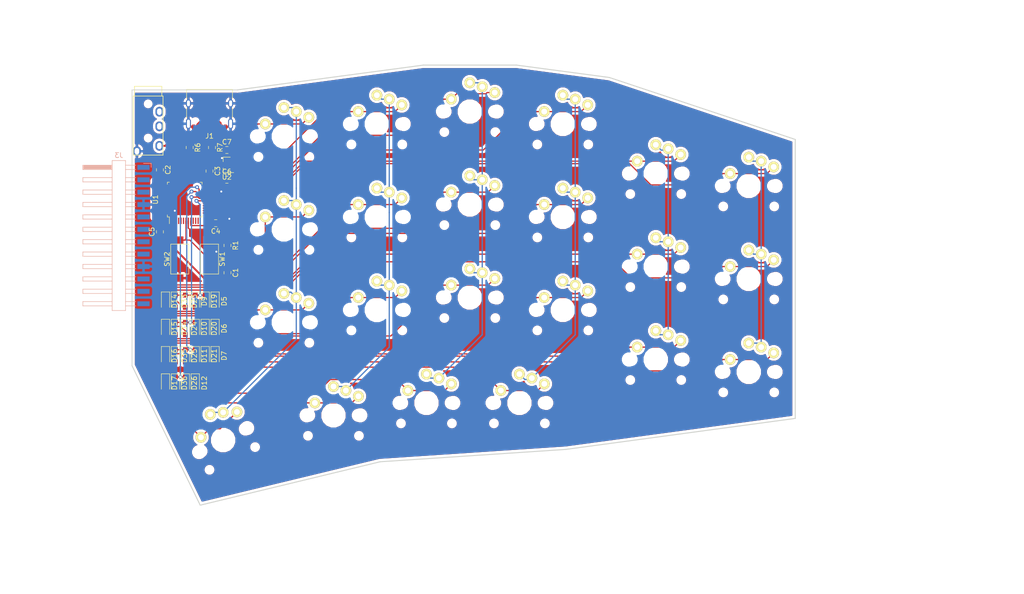
<source format=kicad_pcb>
(kicad_pcb (version 20171130) (host pcbnew 5.0.2+dfsg1-1)
  (layers (0 F.Cu signal) (31 B.Cu signal) (34 B.Paste user) (35 F.Paste user) (36 B.SilkS user) (37 F.SilkS user) (38 B.Mask user) (39 F.Mask user) (44 Edge.Cuts user))
  (net 0 "")
  (net 1 GND)
  (net 2 D+)
  (net 3 "Net-(J1-PadB5)")
  (net 4 "Net-(J1-PadA8)")
  (net 5 D-)
  (net 6 "Net-(J1-PadA5)")
  (net 7 "Net-(J1-PadB8)")
  (net 8 5V)
  (net 9 3.3V)
  (net 10 SWDIO)
  (net 11 SWDCLK)
  (net 12 PA4)
  (net 13 PA5)
  (net 14 PA6)
  (net 15 PA7)
  (net 16 PB6)
  (net 17 PB7)
  (net 18 TX)
  (net 19 RX)
  (net 20 "Net-(D26-Pad2)")
  (net 21 COL4)
  (net 22 "Net-(D36-Pad2)")
  (net 23 COL5)
  (net 24 "Net-(D35-Pad2)")
  (net 25 "Net-(D34-Pad2)")
  (net 26 "Net-(D33-Pad2)")
  (net 27 "Net-(D25-Pad2)")
  (net 28 "Net-(D24-Pad2)")
  (net 29 "Net-(D23-Pad2)")
  (net 30 "Net-(D21-Pad2)")
  (net 31 COL2)
  (net 32 "Net-(D20-Pad2)")
  (net 33 "Net-(D19-Pad2)")
  (net 34 "Net-(D16-Pad2)")
  (net 35 COL6)
  (net 36 "Net-(D14-Pad2)")
  (net 37 "Net-(D12-Pad2)")
  (net 38 COL3)
  (net 39 "Net-(D11-Pad2)")
  (net 40 "Net-(D10-Pad2)")
  (net 41 "Net-(D15-Pad2)")
  (net 42 "Net-(D9-Pad2)")
  (net 43 "Net-(D7-Pad2)")
  (net 44 COL1)
  (net 45 "Net-(D6-Pad2)")
  (net 46 "Net-(D5-Pad2)")
  (net 47 "Net-(D17-Pad2)")
  (net 48 "Net-(R1-Pad1)")
  (net 49 VBAT)
  (net 50 "Net-(U1-Pad2)")
  (net 51 "Net-(U1-Pad3)")
  (net 52 "Net-(U1-Pad4)")
  (net 53 "Net-(U1-Pad5)")
  (net 54 "Net-(U1-Pad6)")
  (net 55 "Net-(C1-Pad2)")
  (net 56 "Net-(U1-Pad10)")
  (net 57 "Net-(U1-Pad11)")
  (net 58 "Net-(U1-Pad12)")
  (net 59 "Net-(U1-Pad13)")
  (net 60 ROW1)
  (net 61 ROW2)
  (net 62 ROW3)
  (net 63 ROW4)
  (net 64 "Net-(U1-Pad22)")
  (net 65 "Net-(U1-Pad26)")
  (net 66 "Net-(U1-Pad27)")
  (net 67 "Net-(U1-Pad28)")
  (net 68 "Net-(U1-Pad29)")
  (module foostan-kbd:CherryMX_Choc_1u (layer F.Cu) (at 99.568 136.652 26.5)
    (fp_text reference SW15 hide)
    (fp_text value SW_Push hide)
    (pad "" np_thru_hole circle (at -5.22 4.2 26.5) (size 1 1) (drill 1) (layers *.Cu *.Mask))
    (pad "" np_thru_hole circle (at 5.22 4.2 26.5) (size 1 1) (drill 1) (layers *.Cu *.Mask))
    (pad "" np_thru_hole circle (at -5.08 0 26.5) (size 1.7 1.7) (drill 1.7) (layers *.Cu *.Mask))
    (pad "" np_thru_hole circle (at 5.08 0 26.5) (size 1.7 1.7) (drill 1.7) (layers *.Cu *.Mask))
    (pad 1 thru_hole circle (at -3.81 -2.54 76.5) (size 2.2 2.2) (drill 1.2) (layers *.Cu F.SilkS B.Mask) (net 47 "Net-(D17-Pad2)"))
    (pad 2 thru_hole circle (at 2.54 -5.08 26.5) (size 2.2 2.2) (drill 1.2) (layers *.Cu F.SilkS B.Mask) (net 35 COL6))
    (pad 2 thru_hole circle (at 0 -5.9 116.5) (size 2.2 2.2) (drill 1.2) (layers *.Cu F.SilkS B.Mask) (net 35 COL6))
    (pad "" np_thru_hole circle (at 5.5 0 116.5) (size 1.9 1.9) (drill 1.9) (layers *.Cu *.Mask))
    (pad "" np_thru_hole circle (at -5.5 0 116.5) (size 1.9 1.9) (drill 1.9) (layers *.Cu *.Mask))
    (pad "" np_thru_hole circle (at 0 0 116.5) (size 4 4) (drill 4) (layers *.Cu *.Mask))
    (pad 1 thru_hole circle (at 5.1 -3.9 336.5) (size 2.2 2.2) (drill 1.2) (layers *.Cu F.SilkS B.Mask) (net 47 "Net-(D17-Pad2)"))
  )
  (module Button_Switch_SMD:SW_SPST_CK_RS282G05A3 (layer F.Cu) (at 90.678 99.568 90)
    (fp_text reference SW2 (at 0 -2.6 90) (layer F.SilkS))
    (fp_text value RESET)
    (pad 2 smd rect (at 3.9 0 90) (size 1.5 1.5) (layers F.Cu F.Paste F.Mask) (net 55 "Net-(C1-Pad2)"))
    (pad 1 smd rect (at -3.9 0 90) (size 1.5 1.5) (layers F.Cu F.Paste F.Mask) (net 1 GND))
  )
  (module Button_Switch_SMD:SW_SPST_CK_RS282G05A3 (layer F.Cu) (at 96.774 99.568 270)
    (fp_text reference SW1 (at 0 -2.6 270) (layer F.SilkS))
    (fp_text value BOOT)
    (pad 1 smd rect (at -3.9 0 270) (size 1.5 1.5) (layers F.Cu F.Paste F.Mask) (net 48 "Net-(R1-Pad1)"))
    (pad 2 smd rect (at 3.9 0 270) (size 1.5 1.5) (layers F.Cu F.Paste F.Mask) (net 9 3.3V))
  )
  (module Capacitor_SMD:C_0805_2012Metric_Pad1.15x1.40mm_HandSolder (layer F.Cu) (at 100.457 102.362 270)
    (fp_text reference C1 (at 0 -1.65 270) (layer F.SilkS))
    (fp_text value 100nF)
    (pad 1 smd roundrect (at -1.025 0 270) (size 1.15 1.4) (layers F.Cu F.Paste F.Mask) (roundrect_rratio 0.217391) (net 1 GND))
    (pad 2 smd roundrect (at 1.025 0 270) (size 1.15 1.4) (layers F.Cu F.Paste F.Mask) (roundrect_rratio 0.217391) (net 55 "Net-(C1-Pad2)"))
  )
  (module Capacitor_SMD:C_0805_2012Metric_Pad1.15x1.40mm_HandSolder (layer F.Cu) (at 86.614 81.28 270)
    (fp_text reference C2 (at 0 -1.65 270) (layer F.SilkS))
    (fp_text value 100nF)
    (pad 2 smd roundrect (at 1.025 0 270) (size 1.15 1.4) (layers F.Cu F.Paste F.Mask) (roundrect_rratio 0.217391) (net 9 3.3V))
    (pad 1 smd roundrect (at -1.025 0 270) (size 1.15 1.4) (layers F.Cu F.Paste F.Mask) (roundrect_rratio 0.217391) (net 1 GND))
  )
  (module Capacitor_SMD:C_0805_2012Metric_Pad1.15x1.40mm_HandSolder (layer F.Cu) (at 96.774 81.534 270)
    (fp_text reference C3 (at 0 -1.65 270) (layer F.SilkS))
    (fp_text value 100nF)
    (pad 1 smd roundrect (at -1.025 0 270) (size 1.15 1.4) (layers F.Cu F.Paste F.Mask) (roundrect_rratio 0.217391) (net 1 GND))
    (pad 2 smd roundrect (at 1.025 0 270) (size 1.15 1.4) (layers F.Cu F.Paste F.Mask) (roundrect_rratio 0.217391) (net 9 3.3V))
  )
  (module Capacitor_SMD:C_0805_2012Metric_Pad1.15x1.40mm_HandSolder (layer F.Cu) (at 98.044 92.202 180)
    (fp_text reference C4 (at 0 -1.65 180) (layer F.SilkS))
    (fp_text value 100nF)
    (pad 2 smd roundrect (at 1.025 0 180) (size 1.15 1.4) (layers F.Cu F.Paste F.Mask) (roundrect_rratio 0.217391) (net 9 3.3V))
    (pad 1 smd roundrect (at -1.025 0 180) (size 1.15 1.4) (layers F.Cu F.Paste F.Mask) (roundrect_rratio 0.217391) (net 1 GND))
  )
  (module Capacitor_SMD:C_0805_2012Metric_Pad1.15x1.40mm_HandSolder (layer F.Cu) (at 86.614 93.98 90)
    (fp_text reference C5 (at 0 -1.65 90) (layer F.SilkS))
    (fp_text value 100nF)
    (pad 1 smd roundrect (at -1.025 0 90) (size 1.15 1.4) (layers F.Cu F.Paste F.Mask) (roundrect_rratio 0.217391) (net 1 GND))
    (pad 2 smd roundrect (at 1.025 0 90) (size 1.15 1.4) (layers F.Cu F.Paste F.Mask) (roundrect_rratio 0.217391) (net 9 3.3V))
  )
  (module Capacitor_SMD:C_0805_2012Metric_Pad1.15x1.40mm_HandSolder (layer F.Cu) (at 100.33 83.312)
    (fp_text reference C6 (at 0 -1.65) (layer F.SilkS))
    (fp_text value 1µF)
    (pad 2 smd roundrect (at 1.025 0) (size 1.15 1.4) (layers F.Cu F.Paste F.Mask) (roundrect_rratio 0.217391) (net 9 3.3V))
    (pad 1 smd roundrect (at -1.025 0) (size 1.15 1.4) (layers F.Cu F.Paste F.Mask) (roundrect_rratio 0.217391) (net 1 GND))
  )
  (module Capacitor_SMD:C_0805_2012Metric_Pad1.15x1.40mm_HandSolder (layer F.Cu) (at 100.33 77.216)
    (fp_text reference C7 (at 0 -1.65) (layer F.SilkS))
    (fp_text value 1µF)
    (pad 1 smd roundrect (at -1.025 0) (size 1.15 1.4) (layers F.Cu F.Paste F.Mask) (roundrect_rratio 0.217391) (net 1 GND))
    (pad 2 smd roundrect (at 1.025 0) (size 1.15 1.4) (layers F.Cu F.Paste F.Mask) (roundrect_rratio 0.217391) (net 8 5V))
  )
  (module Diode_SMD:D_SOD-323_HandSoldering (layer F.Cu) (at 87.757 124.968 270)
    (fp_text reference D17 (at 0 -1.85 270) (layer F.SilkS))
    (fp_text value D4.6)
    (pad 2 smd rect (at 1.25 0 270) (size 1 1) (layers F.Cu F.Paste F.Mask) (net 47 "Net-(D17-Pad2)"))
    (pad 1 smd rect (at -1.25 0 270) (size 1 1) (layers F.Cu F.Paste F.Mask) (net 63 ROW4))
  )
  (module Diode_SMD:D_SOD-323_HandSoldering (layer F.Cu) (at 87.757 113.792 270)
    (fp_text reference D15 (at 0 -1.85 270) (layer F.SilkS))
    (fp_text value D2.6)
    (pad 1 smd rect (at -1.25 0 270) (size 1 1) (layers F.Cu F.Paste F.Mask) (net 61 ROW2))
    (pad 2 smd rect (at 1.25 0 270) (size 1 1) (layers F.Cu F.Paste F.Mask) (net 41 "Net-(D15-Pad2)"))
  )
  (module Diode_SMD:D_SOD-323_HandSoldering (layer F.Cu) (at 87.757 108.204 270)
    (fp_text reference D14 (at 0 -1.85 270) (layer F.SilkS))
    (fp_text value D1.6)
    (pad 2 smd rect (at 1.25 0 270) (size 1 1) (layers F.Cu F.Paste F.Mask) (net 36 "Net-(D14-Pad2)"))
    (pad 1 smd rect (at -1.25 0 270) (size 1 1) (layers F.Cu F.Paste F.Mask) (net 60 ROW1))
  )
  (module Diode_SMD:D_SOD-323_HandSoldering (layer F.Cu) (at 93.853 124.968 270)
    (fp_text reference D12 (at 0 -1.85 270) (layer F.SilkS))
    (fp_text value D4.3)
    (pad 1 smd rect (at -1.25 0 270) (size 1 1) (layers F.Cu F.Paste F.Mask) (net 63 ROW4))
    (pad 2 smd rect (at 1.25 0 270) (size 1 1) (layers F.Cu F.Paste F.Mask) (net 37 "Net-(D12-Pad2)"))
  )
  (module Diode_SMD:D_SOD-323_HandSoldering (layer F.Cu) (at 93.853 119.38 270)
    (fp_text reference D11 (at 0 -1.85 270) (layer F.SilkS))
    (fp_text value D3.3)
    (pad 2 smd rect (at 1.25 0 270) (size 1 1) (layers F.Cu F.Paste F.Mask) (net 39 "Net-(D11-Pad2)"))
    (pad 1 smd rect (at -1.25 0 270) (size 1 1) (layers F.Cu F.Paste F.Mask) (net 62 ROW3))
  )
  (module Diode_SMD:D_SOD-323_HandSoldering (layer F.Cu) (at 93.853 113.792 270)
    (fp_text reference D10 (at 0 -1.85 270) (layer F.SilkS))
    (fp_text value D2.3)
    (pad 1 smd rect (at -1.25 0 270) (size 1 1) (layers F.Cu F.Paste F.Mask) (net 61 ROW2))
    (pad 2 smd rect (at 1.25 0 270) (size 1 1) (layers F.Cu F.Paste F.Mask) (net 40 "Net-(D10-Pad2)"))
  )
  (module Diode_SMD:D_SOD-323_HandSoldering (layer F.Cu) (at 93.853 108.204 270)
    (fp_text reference D9 (at 0 -1.85 270) (layer F.SilkS))
    (fp_text value D1.3)
    (pad 2 smd rect (at 1.25 0 270) (size 1 1) (layers F.Cu F.Paste F.Mask) (net 42 "Net-(D9-Pad2)"))
    (pad 1 smd rect (at -1.25 0 270) (size 1 1) (layers F.Cu F.Paste F.Mask) (net 60 ROW1))
  )
  (module Diode_SMD:D_SOD-323_HandSoldering (layer F.Cu) (at 97.917 119.38 270)
    (fp_text reference D7 (at 0 -1.85 270) (layer F.SilkS))
    (fp_text value D3.1)
    (pad 1 smd rect (at -1.25 0 270) (size 1 1) (layers F.Cu F.Paste F.Mask) (net 62 ROW3))
    (pad 2 smd rect (at 1.25 0 270) (size 1 1) (layers F.Cu F.Paste F.Mask) (net 43 "Net-(D7-Pad2)"))
  )
  (module Diode_SMD:D_SOD-323_HandSoldering (layer F.Cu) (at 97.917 113.792 270)
    (fp_text reference D6 (at 0 -1.85 270) (layer F.SilkS))
    (fp_text value D2.1)
    (pad 2 smd rect (at 1.25 0 270) (size 1 1) (layers F.Cu F.Paste F.Mask) (net 45 "Net-(D6-Pad2)"))
    (pad 1 smd rect (at -1.25 0 270) (size 1 1) (layers F.Cu F.Paste F.Mask) (net 61 ROW2))
  )
  (module Diode_SMD:D_SOD-323_HandSoldering (layer F.Cu) (at 97.917 108.204 270)
    (fp_text reference D5 (at 0 -1.85 270) (layer F.SilkS))
    (fp_text value D1.1)
    (pad 1 smd rect (at -1.25 0 270) (size 1 1) (layers F.Cu F.Paste F.Mask) (net 60 ROW1))
    (pad 2 smd rect (at 1.25 0 270) (size 1 1) (layers F.Cu F.Paste F.Mask) (net 46 "Net-(D5-Pad2)"))
  )
  (module Diode_SMD:D_SOD-323_HandSoldering (layer F.Cu) (at 87.757 119.38 270)
    (fp_text reference D16 (at 0 -1.85 270) (layer F.SilkS))
    (fp_text value D3.6)
    (pad 2 smd rect (at 1.25 0 270) (size 1 1) (layers F.Cu F.Paste F.Mask) (net 34 "Net-(D16-Pad2)"))
    (pad 1 smd rect (at -1.25 0 270) (size 1 1) (layers F.Cu F.Paste F.Mask) (net 62 ROW3))
  )
  (module Diode_SMD:D_SOD-323_HandSoldering (layer F.Cu) (at 95.885 113.792 270)
    (fp_text reference D20 (at 0 -1.85 270) (layer F.SilkS))
    (fp_text value D2.2)
    (pad 1 smd rect (at -1.25 0 270) (size 1 1) (layers F.Cu F.Paste F.Mask) (net 61 ROW2))
    (pad 2 smd rect (at 1.25 0 270) (size 1 1) (layers F.Cu F.Paste F.Mask) (net 32 "Net-(D20-Pad2)"))
  )
  (module Diode_SMD:D_SOD-323_HandSoldering (layer F.Cu) (at 89.789 124.968 270)
    (fp_text reference D36 (at 0 -1.85 270) (layer F.SilkS))
    (fp_text value D4.5)
    (pad 2 smd rect (at 1.25 0 270) (size 1 1) (layers F.Cu F.Paste F.Mask) (net 22 "Net-(D36-Pad2)"))
    (pad 1 smd rect (at -1.25 0 270) (size 1 1) (layers F.Cu F.Paste F.Mask) (net 63 ROW4))
  )
  (module Diode_SMD:D_SOD-323_HandSoldering (layer F.Cu) (at 89.789 113.792 270)
    (fp_text reference D34 (at 0 -1.85 270) (layer F.SilkS))
    (fp_text value D2.5)
    (pad 1 smd rect (at -1.25 0 270) (size 1 1) (layers F.Cu F.Paste F.Mask) (net 61 ROW2))
    (pad 2 smd rect (at 1.25 0 270) (size 1 1) (layers F.Cu F.Paste F.Mask) (net 25 "Net-(D34-Pad2)"))
  )
  (module Diode_SMD:D_SOD-323_HandSoldering (layer F.Cu) (at 89.789 108.204 270)
    (fp_text reference D33 (at 0 -1.85 270) (layer F.SilkS))
    (fp_text value D1.5)
    (pad 2 smd rect (at 1.25 0 270) (size 1 1) (layers F.Cu F.Paste F.Mask) (net 26 "Net-(D33-Pad2)"))
    (pad 1 smd rect (at -1.25 0 270) (size 1 1) (layers F.Cu F.Paste F.Mask) (net 60 ROW1))
  )
  (module Diode_SMD:D_SOD-323_HandSoldering (layer F.Cu) (at 91.821 124.968 270)
    (fp_text reference D26 (at 0 -1.85 270) (layer F.SilkS))
    (fp_text value D4.4)
    (pad 1 smd rect (at -1.25 0 270) (size 1 1) (layers F.Cu F.Paste F.Mask) (net 63 ROW4))
    (pad 2 smd rect (at 1.25 0 270) (size 1 1) (layers F.Cu F.Paste F.Mask) (net 20 "Net-(D26-Pad2)"))
  )
  (module Diode_SMD:D_SOD-323_HandSoldering (layer F.Cu) (at 91.821 119.38 270)
    (fp_text reference D25 (at 0 -1.85 270) (layer F.SilkS))
    (fp_text value D3.4)
    (pad 2 smd rect (at 1.25 0 270) (size 1 1) (layers F.Cu F.Paste F.Mask) (net 27 "Net-(D25-Pad2)"))
    (pad 1 smd rect (at -1.25 0 270) (size 1 1) (layers F.Cu F.Paste F.Mask) (net 62 ROW3))
  )
  (module Diode_SMD:D_SOD-323_HandSoldering (layer F.Cu) (at 91.821 113.792 270)
    (fp_text reference D24 (at 0 -1.85 270) (layer F.SilkS))
    (fp_text value D2.4)
    (pad 1 smd rect (at -1.25 0 270) (size 1 1) (layers F.Cu F.Paste F.Mask) (net 61 ROW2))
    (pad 2 smd rect (at 1.25 0 270) (size 1 1) (layers F.Cu F.Paste F.Mask) (net 28 "Net-(D24-Pad2)"))
  )
  (module Diode_SMD:D_SOD-323_HandSoldering (layer F.Cu) (at 91.821 108.204 270)
    (fp_text reference D23 (at 0 -1.85 270) (layer F.SilkS))
    (fp_text value D1.4)
    (pad 2 smd rect (at 1.25 0 270) (size 1 1) (layers F.Cu F.Paste F.Mask) (net 29 "Net-(D23-Pad2)"))
    (pad 1 smd rect (at -1.25 0 270) (size 1 1) (layers F.Cu F.Paste F.Mask) (net 60 ROW1))
  )
  (module Diode_SMD:D_SOD-323_HandSoldering (layer F.Cu) (at 95.885 119.38 270)
    (fp_text reference D21 (at 0 -1.85 270) (layer F.SilkS))
    (fp_text value D3.2)
    (pad 1 smd rect (at -1.25 0 270) (size 1 1) (layers F.Cu F.Paste F.Mask) (net 62 ROW3))
    (pad 2 smd rect (at 1.25 0 270) (size 1 1) (layers F.Cu F.Paste F.Mask) (net 30 "Net-(D21-Pad2)"))
  )
  (module Diode_SMD:D_SOD-323_HandSoldering (layer F.Cu) (at 95.885 108.204 270)
    (fp_text reference D19 (at 0 -1.85 270) (layer F.SilkS))
    (fp_text value D1.2)
    (pad 2 smd rect (at 1.25 0 270) (size 1 1) (layers F.Cu F.Paste F.Mask) (net 33 "Net-(D19-Pad2)"))
    (pad 1 smd rect (at -1.25 0 270) (size 1 1) (layers F.Cu F.Paste F.Mask) (net 60 ROW1))
  )
  (module Diode_SMD:D_SOD-323_HandSoldering (layer F.Cu) (at 89.789 119.38 270)
    (fp_text reference D35 (at 0 -1.85 270) (layer F.SilkS))
    (fp_text value D3.5)
    (pad 1 smd rect (at -1.25 0 270) (size 1 1) (layers F.Cu F.Paste F.Mask) (net 62 ROW3))
    (pad 2 smd rect (at 1.25 0 270) (size 1 1) (layers F.Cu F.Paste F.Mask) (net 24 "Net-(D35-Pad2)"))
  )
  (module Package_QFP:LQFP-48_7x7mm_P0.5mm (layer F.Cu) (at 91.694 87.376 90)
    (fp_text reference U1 (at 0 -6 90) (layer F.SilkS))
    (fp_text value STM32)
    (pad 1 smd rect (at -4.35 -2.75 90) (size 1.3 0.25) (layers F.Cu F.Paste F.Mask) (net 49 VBAT))
    (pad 2 smd rect (at -4.35 -2.25 90) (size 1.3 0.25) (layers F.Cu F.Paste F.Mask) (net 50 "Net-(U1-Pad2)"))
    (pad 3 smd rect (at -4.35 -1.75 90) (size 1.3 0.25) (layers F.Cu F.Paste F.Mask) (net 51 "Net-(U1-Pad3)"))
    (pad 4 smd rect (at -4.35 -1.25 90) (size 1.3 0.25) (layers F.Cu F.Paste F.Mask) (net 52 "Net-(U1-Pad4)"))
    (pad 5 smd rect (at -4.35 -0.75 90) (size 1.3 0.25) (layers F.Cu F.Paste F.Mask) (net 53 "Net-(U1-Pad5)"))
    (pad 6 smd rect (at -4.35 -0.25 90) (size 1.3 0.25) (layers F.Cu F.Paste F.Mask) (net 54 "Net-(U1-Pad6)"))
    (pad 7 smd rect (at -4.35 0.25 90) (size 1.3 0.25) (layers F.Cu F.Paste F.Mask) (net 55 "Net-(C1-Pad2)"))
    (pad 8 smd rect (at -4.35 0.75 90) (size 1.3 0.25) (layers F.Cu F.Paste F.Mask) (net 1 GND))
    (pad 9 smd rect (at -4.35 1.25 90) (size 1.3 0.25) (layers F.Cu F.Paste F.Mask) (net 9 3.3V))
    (pad 10 smd rect (at -4.35 1.75 90) (size 1.3 0.25) (layers F.Cu F.Paste F.Mask) (net 56 "Net-(U1-Pad10)"))
    (pad 11 smd rect (at -4.35 2.25 90) (size 1.3 0.25) (layers F.Cu F.Paste F.Mask) (net 57 "Net-(U1-Pad11)"))
    (pad 12 smd rect (at -4.35 2.75 90) (size 1.3 0.25) (layers F.Cu F.Paste F.Mask) (net 58 "Net-(U1-Pad12)"))
    (pad 13 smd rect (at -2.75 4.35 180) (size 1.3 0.25) (layers F.Cu F.Paste F.Mask) (net 59 "Net-(U1-Pad13)"))
    (pad 14 smd rect (at -2.25 4.35 180) (size 1.3 0.25) (layers F.Cu F.Paste F.Mask) (net 12 PA4))
    (pad 15 smd rect (at -1.75 4.35 180) (size 1.3 0.25) (layers F.Cu F.Paste F.Mask) (net 13 PA5))
    (pad 16 smd rect (at -1.25 4.35 180) (size 1.3 0.25) (layers F.Cu F.Paste F.Mask) (net 14 PA6))
    (pad 17 smd rect (at -0.75 4.35 180) (size 1.3 0.25) (layers F.Cu F.Paste F.Mask) (net 15 PA7))
    (pad 18 smd rect (at -0.25 4.35 180) (size 1.3 0.25) (layers F.Cu F.Paste F.Mask) (net 60 ROW1))
    (pad 19 smd rect (at 0.25 4.35 180) (size 1.3 0.25) (layers F.Cu F.Paste F.Mask) (net 61 ROW2))
    (pad 20 smd rect (at 0.75 4.35 180) (size 1.3 0.25) (layers F.Cu F.Paste F.Mask) (net 62 ROW3))
    (pad 21 smd rect (at 1.25 4.35 180) (size 1.3 0.25) (layers F.Cu F.Paste F.Mask) (net 63 ROW4))
    (pad 22 smd rect (at 1.75 4.35 180) (size 1.3 0.25) (layers F.Cu F.Paste F.Mask) (net 64 "Net-(U1-Pad22)"))
    (pad 23 smd rect (at 2.25 4.35 180) (size 1.3 0.25) (layers F.Cu F.Paste F.Mask) (net 1 GND))
    (pad 24 smd rect (at 2.75 4.35 180) (size 1.3 0.25) (layers F.Cu F.Paste F.Mask) (net 9 3.3V))
    (pad 25 smd rect (at 4.35 2.75 90) (size 1.3 0.25) (layers F.Cu F.Paste F.Mask) (net 9 3.3V))
    (pad 26 smd rect (at 4.35 2.25 90) (size 1.3 0.25) (layers F.Cu F.Paste F.Mask) (net 65 "Net-(U1-Pad26)"))
    (pad 27 smd rect (at 4.35 1.75 90) (size 1.3 0.25) (layers F.Cu F.Paste F.Mask) (net 66 "Net-(U1-Pad27)"))
    (pad 28 smd rect (at 4.35 1.25 90) (size 1.3 0.25) (layers F.Cu F.Paste F.Mask) (net 67 "Net-(U1-Pad28)"))
    (pad 29 smd rect (at 4.35 0.75 90) (size 1.3 0.25) (layers F.Cu F.Paste F.Mask) (net 68 "Net-(U1-Pad29)"))
    (pad 30 smd rect (at 4.35 0.25 90) (size 1.3 0.25) (layers F.Cu F.Paste F.Mask) (net 18 TX))
    (pad 31 smd rect (at 4.35 -0.25 90) (size 1.3 0.25) (layers F.Cu F.Paste F.Mask) (net 19 RX))
    (pad 32 smd rect (at 4.35 -0.75 90) (size 1.3 0.25) (layers F.Cu F.Paste F.Mask) (net 5 D-))
    (pad 33 smd rect (at 4.35 -1.25 90) (size 1.3 0.25) (layers F.Cu F.Paste F.Mask) (net 2 D+))
    (pad 34 smd rect (at 4.35 -1.75 90) (size 1.3 0.25) (layers F.Cu F.Paste F.Mask) (net 10 SWDIO))
    (pad 35 smd rect (at 4.35 -2.25 90) (size 1.3 0.25) (layers F.Cu F.Paste F.Mask) (net 1 GND))
    (pad 36 smd rect (at 4.35 -2.75 90) (size 1.3 0.25) (layers F.Cu F.Paste F.Mask) (net 9 3.3V))
    (pad 37 smd rect (at 2.75 -4.35 180) (size 1.3 0.25) (layers F.Cu F.Paste F.Mask) (net 11 SWDCLK))
    (pad 38 smd rect (at 2.25 -4.35 180) (size 1.3 0.25) (layers F.Cu F.Paste F.Mask) (net 44 COL1))
    (pad 39 smd rect (at 1.75 -4.35 180) (size 1.3 0.25) (layers F.Cu F.Paste F.Mask) (net 31 COL2))
    (pad 40 smd rect (at 1.25 -4.35 180) (size 1.3 0.25) (layers F.Cu F.Paste F.Mask) (net 38 COL3))
    (pad 41 smd rect (at 0.75 -4.35 180) (size 1.3 0.25) (layers F.Cu F.Paste F.Mask) (net 21 COL4))
    (pad 42 smd rect (at 0.25 -4.35 180) (size 1.3 0.25) (layers F.Cu F.Paste F.Mask) (net 16 PB6))
    (pad 43 smd rect (at -0.25 -4.35 180) (size 1.3 0.25) (layers F.Cu F.Paste F.Mask) (net 17 PB7))
    (pad 44 smd rect (at -0.75 -4.35 180) (size 1.3 0.25) (layers F.Cu F.Paste F.Mask) (net 48 "Net-(R1-Pad1)"))
    (pad 45 smd rect (at -1.25 -4.35 180) (size 1.3 0.25) (layers F.Cu F.Paste F.Mask) (net 23 COL5))
    (pad 46 smd rect (at -1.75 -4.35 180) (size 1.3 0.25) (layers F.Cu F.Paste F.Mask) (net 35 COL6))
    (pad 47 smd rect (at -2.25 -4.35 180) (size 1.3 0.25) (layers F.Cu F.Paste F.Mask) (net 1 GND))
    (pad 48 smd rect (at -2.75 -4.35 180) (size 1.3 0.25) (layers F.Cu F.Paste F.Mask) (net 9 3.3V))
  )
  (module Package_TO_SOT_SMD:SOT-23 (layer F.Cu) (at 100.33 80.264 180)
    (fp_text reference U2 (at 0 -2.5 180) (layer F.SilkS))
    (fp_text value LDO)
    (pad 1 smd rect (at -1 -0.95 180) (size 0.9 0.8) (layers F.Cu F.Paste F.Mask) (net 9 3.3V))
    (pad 2 smd rect (at -1 0.95 180) (size 0.9 0.8) (layers F.Cu F.Paste F.Mask) (net 8 5V))
    (pad 3 smd rect (at 1 0 180) (size 0.9 0.8) (layers F.Cu F.Paste F.Mask) (net 1 GND))
  )
  (module Resistor_SMD:R_0805_2012Metric_Pad1.15x1.40mm_HandSolder (layer F.Cu) (at 97.282 76.708 270)
    (fp_text reference R7 (at 0 -1.65 270) (layer F.SilkS))
    (fp_text value 5.1k)
    (pad 1 smd roundrect (at -1.025 0 270) (size 1.15 1.4) (layers F.Cu F.Paste F.Mask) (roundrect_rratio 0.217391) (net 6 "Net-(J1-PadA5)"))
    (pad 2 smd roundrect (at 1.025 0 270) (size 1.15 1.4) (layers F.Cu F.Paste F.Mask) (roundrect_rratio 0.217391) (net 1 GND))
  )
  (module Resistor_SMD:R_0805_2012Metric_Pad1.15x1.40mm_HandSolder (layer F.Cu) (at 92.71 76.708 270)
    (fp_text reference R6 (at 0 -1.65 270) (layer F.SilkS))
    (fp_text value 5.1k)
    (pad 2 smd roundrect (at 1.025 0 270) (size 1.15 1.4) (layers F.Cu F.Paste F.Mask) (roundrect_rratio 0.217391) (net 1 GND))
    (pad 1 smd roundrect (at -1.025 0 270) (size 1.15 1.4) (layers F.Cu F.Paste F.Mask) (roundrect_rratio 0.217391) (net 3 "Net-(J1-PadB5)"))
  )
  (module Resistor_SMD:R_0805_2012Metric_Pad1.15x1.40mm_HandSolder (layer F.Cu) (at 100.457 96.774 270)
    (fp_text reference R1 (at 0 -1.65 270) (layer F.SilkS))
    (fp_text value 5.1k)
    (pad 1 smd roundrect (at -1.025 0 270) (size 1.15 1.4) (layers F.Cu F.Paste F.Mask) (roundrect_rratio 0.217391) (net 48 "Net-(R1-Pad1)"))
    (pad 2 smd roundrect (at 1.025 0 270) (size 1.15 1.4) (layers F.Cu F.Paste F.Mask) (roundrect_rratio 0.217391) (net 1 GND))
  )
  (module foostan-kbd:CherryMX_Choc_1u (layer F.Cu) (at 207.264 84.582)
    (fp_text reference SW3 hide)
    (fp_text value SW_Push hide)
    (pad 1 thru_hole circle (at 5.1 -3.9 310) (size 2.2 2.2) (drill 1.2) (layers *.Cu F.SilkS B.Mask) (net 46 "Net-(D5-Pad2)"))
    (pad "" np_thru_hole circle (at 0 0 90) (size 4 4) (drill 4) (layers *.Cu *.Mask))
    (pad "" np_thru_hole circle (at -5.5 0 90) (size 1.9 1.9) (drill 1.9) (layers *.Cu *.Mask))
    (pad "" np_thru_hole circle (at 5.5 0 90) (size 1.9 1.9) (drill 1.9) (layers *.Cu *.Mask))
    (pad 2 thru_hole circle (at 0 -5.9 90) (size 2.2 2.2) (drill 1.2) (layers *.Cu F.SilkS B.Mask) (net 44 COL1))
    (pad 2 thru_hole circle (at 2.54 -5.08) (size 2.2 2.2) (drill 1.2) (layers *.Cu F.SilkS B.Mask) (net 44 COL1))
    (pad 1 thru_hole circle (at -3.81 -2.54 50) (size 2.2 2.2) (drill 1.2) (layers *.Cu F.SilkS B.Mask) (net 46 "Net-(D5-Pad2)"))
    (pad "" np_thru_hole circle (at 5.08 0) (size 1.7 1.7) (drill 1.7) (layers *.Cu *.Mask))
    (pad "" np_thru_hole circle (at -5.08 0) (size 1.7 1.7) (drill 1.7) (layers *.Cu *.Mask))
    (pad "" np_thru_hole circle (at 5.22 4.2) (size 1 1) (drill 1) (layers *.Cu *.Mask))
    (pad "" np_thru_hole circle (at -5.22 4.2) (size 1 1) (drill 1) (layers *.Cu *.Mask))
  )
  (module foostan-kbd:CherryMX_Choc_1u (layer F.Cu) (at 207.264 103.632)
    (fp_text reference SW4 hide)
    (fp_text value SW_Push hide)
    (pad "" np_thru_hole circle (at -5.22 4.2) (size 1 1) (drill 1) (layers *.Cu *.Mask))
    (pad "" np_thru_hole circle (at 5.22 4.2) (size 1 1) (drill 1) (layers *.Cu *.Mask))
    (pad "" np_thru_hole circle (at -5.08 0) (size 1.7 1.7) (drill 1.7) (layers *.Cu *.Mask))
    (pad "" np_thru_hole circle (at 5.08 0) (size 1.7 1.7) (drill 1.7) (layers *.Cu *.Mask))
    (pad 1 thru_hole circle (at -3.81 -2.54 50) (size 2.2 2.2) (drill 1.2) (layers *.Cu F.SilkS B.Mask) (net 45 "Net-(D6-Pad2)"))
    (pad 2 thru_hole circle (at 2.54 -5.08) (size 2.2 2.2) (drill 1.2) (layers *.Cu F.SilkS B.Mask) (net 44 COL1))
    (pad 2 thru_hole circle (at 0 -5.9 90) (size 2.2 2.2) (drill 1.2) (layers *.Cu F.SilkS B.Mask) (net 44 COL1))
    (pad "" np_thru_hole circle (at 5.5 0 90) (size 1.9 1.9) (drill 1.9) (layers *.Cu *.Mask))
    (pad "" np_thru_hole circle (at -5.5 0 90) (size 1.9 1.9) (drill 1.9) (layers *.Cu *.Mask))
    (pad "" np_thru_hole circle (at 0 0 90) (size 4 4) (drill 4) (layers *.Cu *.Mask))
    (pad 1 thru_hole circle (at 5.1 -3.9 310) (size 2.2 2.2) (drill 1.2) (layers *.Cu F.SilkS B.Mask) (net 45 "Net-(D6-Pad2)"))
  )
  (module foostan-kbd:CherryMX_Choc_1u (layer F.Cu) (at 207.264 122.682)
    (fp_text reference SW5 hide)
    (fp_text value SW_Push hide)
    (pad 1 thru_hole circle (at 5.1 -3.9 310) (size 2.2 2.2) (drill 1.2) (layers *.Cu F.SilkS B.Mask) (net 43 "Net-(D7-Pad2)"))
    (pad "" np_thru_hole circle (at 0 0 90) (size 4 4) (drill 4) (layers *.Cu *.Mask))
    (pad "" np_thru_hole circle (at -5.5 0 90) (size 1.9 1.9) (drill 1.9) (layers *.Cu *.Mask))
    (pad "" np_thru_hole circle (at 5.5 0 90) (size 1.9 1.9) (drill 1.9) (layers *.Cu *.Mask))
    (pad 2 thru_hole circle (at 0 -5.9 90) (size 2.2 2.2) (drill 1.2) (layers *.Cu F.SilkS B.Mask) (net 44 COL1))
    (pad 2 thru_hole circle (at 2.54 -5.08) (size 2.2 2.2) (drill 1.2) (layers *.Cu F.SilkS B.Mask) (net 44 COL1))
    (pad 1 thru_hole circle (at -3.81 -2.54 50) (size 2.2 2.2) (drill 1.2) (layers *.Cu F.SilkS B.Mask) (net 43 "Net-(D7-Pad2)"))
    (pad "" np_thru_hole circle (at 5.08 0) (size 1.7 1.7) (drill 1.7) (layers *.Cu *.Mask))
    (pad "" np_thru_hole circle (at -5.08 0) (size 1.7 1.7) (drill 1.7) (layers *.Cu *.Mask))
    (pad "" np_thru_hole circle (at 5.22 4.2) (size 1 1) (drill 1) (layers *.Cu *.Mask))
    (pad "" np_thru_hole circle (at -5.22 4.2) (size 1 1) (drill 1) (layers *.Cu *.Mask))
  )
  (module foostan-kbd:CherryMX_Choc_1u (layer F.Cu) (at 169.164 71.882)
    (fp_text reference SW7 hide)
    (fp_text value SW_Push hide)
    (pad "" np_thru_hole circle (at -5.22 4.2) (size 1 1) (drill 1) (layers *.Cu *.Mask))
    (pad "" np_thru_hole circle (at 5.22 4.2) (size 1 1) (drill 1) (layers *.Cu *.Mask))
    (pad "" np_thru_hole circle (at -5.08 0) (size 1.7 1.7) (drill 1.7) (layers *.Cu *.Mask))
    (pad "" np_thru_hole circle (at 5.08 0) (size 1.7 1.7) (drill 1.7) (layers *.Cu *.Mask))
    (pad 1 thru_hole circle (at -3.81 -2.54 50) (size 2.2 2.2) (drill 1.2) (layers *.Cu F.SilkS B.Mask) (net 42 "Net-(D9-Pad2)"))
    (pad 2 thru_hole circle (at 2.54 -5.08) (size 2.2 2.2) (drill 1.2) (layers *.Cu F.SilkS B.Mask) (net 38 COL3))
    (pad 2 thru_hole circle (at 0 -5.9 90) (size 2.2 2.2) (drill 1.2) (layers *.Cu F.SilkS B.Mask) (net 38 COL3))
    (pad "" np_thru_hole circle (at 5.5 0 90) (size 1.9 1.9) (drill 1.9) (layers *.Cu *.Mask))
    (pad "" np_thru_hole circle (at -5.5 0 90) (size 1.9 1.9) (drill 1.9) (layers *.Cu *.Mask))
    (pad "" np_thru_hole circle (at 0 0 90) (size 4 4) (drill 4) (layers *.Cu *.Mask))
    (pad 1 thru_hole circle (at 5.1 -3.9 310) (size 2.2 2.2) (drill 1.2) (layers *.Cu F.SilkS B.Mask) (net 42 "Net-(D9-Pad2)"))
  )
  (module foostan-kbd:CherryMX_Choc_1u (layer F.Cu) (at 112.014 93.472)
    (fp_text reference SW13 hide)
    (fp_text value SW_Push hide)
    (pad 1 thru_hole circle (at 5.1 -3.9 310) (size 2.2 2.2) (drill 1.2) (layers *.Cu F.SilkS B.Mask) (net 41 "Net-(D15-Pad2)"))
    (pad "" np_thru_hole circle (at 0 0 90) (size 4 4) (drill 4) (layers *.Cu *.Mask))
    (pad "" np_thru_hole circle (at -5.5 0 90) (size 1.9 1.9) (drill 1.9) (layers *.Cu *.Mask))
    (pad "" np_thru_hole circle (at 5.5 0 90) (size 1.9 1.9) (drill 1.9) (layers *.Cu *.Mask))
    (pad 2 thru_hole circle (at 0 -5.9 90) (size 2.2 2.2) (drill 1.2) (layers *.Cu F.SilkS B.Mask) (net 35 COL6))
    (pad 2 thru_hole circle (at 2.54 -5.08) (size 2.2 2.2) (drill 1.2) (layers *.Cu F.SilkS B.Mask) (net 35 COL6))
    (pad 1 thru_hole circle (at -3.81 -2.54 50) (size 2.2 2.2) (drill 1.2) (layers *.Cu F.SilkS B.Mask) (net 41 "Net-(D15-Pad2)"))
    (pad "" np_thru_hole circle (at 5.08 0) (size 1.7 1.7) (drill 1.7) (layers *.Cu *.Mask))
    (pad "" np_thru_hole circle (at -5.08 0) (size 1.7 1.7) (drill 1.7) (layers *.Cu *.Mask))
    (pad "" np_thru_hole circle (at 5.22 4.2) (size 1 1) (drill 1) (layers *.Cu *.Mask))
    (pad "" np_thru_hole circle (at -5.22 4.2) (size 1 1) (drill 1) (layers *.Cu *.Mask))
  )
  (module foostan-kbd:CherryMX_Choc_1u (layer F.Cu) (at 169.164 90.932)
    (fp_text reference SW8 hide)
    (fp_text value SW_Push hide)
    (pad "" np_thru_hole circle (at -5.22 4.2) (size 1 1) (drill 1) (layers *.Cu *.Mask))
    (pad "" np_thru_hole circle (at 5.22 4.2) (size 1 1) (drill 1) (layers *.Cu *.Mask))
    (pad "" np_thru_hole circle (at -5.08 0) (size 1.7 1.7) (drill 1.7) (layers *.Cu *.Mask))
    (pad "" np_thru_hole circle (at 5.08 0) (size 1.7 1.7) (drill 1.7) (layers *.Cu *.Mask))
    (pad 1 thru_hole circle (at -3.81 -2.54 50) (size 2.2 2.2) (drill 1.2) (layers *.Cu F.SilkS B.Mask) (net 40 "Net-(D10-Pad2)"))
    (pad 2 thru_hole circle (at 2.54 -5.08) (size 2.2 2.2) (drill 1.2) (layers *.Cu F.SilkS B.Mask) (net 38 COL3))
    (pad 2 thru_hole circle (at 0 -5.9 90) (size 2.2 2.2) (drill 1.2) (layers *.Cu F.SilkS B.Mask) (net 38 COL3))
    (pad "" np_thru_hole circle (at 5.5 0 90) (size 1.9 1.9) (drill 1.9) (layers *.Cu *.Mask))
    (pad "" np_thru_hole circle (at -5.5 0 90) (size 1.9 1.9) (drill 1.9) (layers *.Cu *.Mask))
    (pad "" np_thru_hole circle (at 0 0 90) (size 4 4) (drill 4) (layers *.Cu *.Mask))
    (pad 1 thru_hole circle (at 5.1 -3.9 310) (size 2.2 2.2) (drill 1.2) (layers *.Cu F.SilkS B.Mask) (net 40 "Net-(D10-Pad2)"))
  )
  (module foostan-kbd:CherryMX_Choc_1u (layer F.Cu) (at 169.164 109.982)
    (fp_text reference SW9 hide)
    (fp_text value SW_Push hide)
    (pad 1 thru_hole circle (at 5.1 -3.9 310) (size 2.2 2.2) (drill 1.2) (layers *.Cu F.SilkS B.Mask) (net 39 "Net-(D11-Pad2)"))
    (pad "" np_thru_hole circle (at 0 0 90) (size 4 4) (drill 4) (layers *.Cu *.Mask))
    (pad "" np_thru_hole circle (at -5.5 0 90) (size 1.9 1.9) (drill 1.9) (layers *.Cu *.Mask))
    (pad "" np_thru_hole circle (at 5.5 0 90) (size 1.9 1.9) (drill 1.9) (layers *.Cu *.Mask))
    (pad 2 thru_hole circle (at 0 -5.9 90) (size 2.2 2.2) (drill 1.2) (layers *.Cu F.SilkS B.Mask) (net 38 COL3))
    (pad 2 thru_hole circle (at 2.54 -5.08) (size 2.2 2.2) (drill 1.2) (layers *.Cu F.SilkS B.Mask) (net 38 COL3))
    (pad 1 thru_hole circle (at -3.81 -2.54 50) (size 2.2 2.2) (drill 1.2) (layers *.Cu F.SilkS B.Mask) (net 39 "Net-(D11-Pad2)"))
    (pad "" np_thru_hole circle (at 5.08 0) (size 1.7 1.7) (drill 1.7) (layers *.Cu *.Mask))
    (pad "" np_thru_hole circle (at -5.08 0) (size 1.7 1.7) (drill 1.7) (layers *.Cu *.Mask))
    (pad "" np_thru_hole circle (at 5.22 4.2) (size 1 1) (drill 1) (layers *.Cu *.Mask))
    (pad "" np_thru_hole circle (at -5.22 4.2) (size 1 1) (drill 1) (layers *.Cu *.Mask))
  )
  (module foostan-kbd:CherryMX_Choc_1u (layer F.Cu) (at 160.274 129.032)
    (fp_text reference SW10 hide)
    (fp_text value SW_Push hide)
    (pad "" np_thru_hole circle (at -5.22 4.2) (size 1 1) (drill 1) (layers *.Cu *.Mask))
    (pad "" np_thru_hole circle (at 5.22 4.2) (size 1 1) (drill 1) (layers *.Cu *.Mask))
    (pad "" np_thru_hole circle (at -5.08 0) (size 1.7 1.7) (drill 1.7) (layers *.Cu *.Mask))
    (pad "" np_thru_hole circle (at 5.08 0) (size 1.7 1.7) (drill 1.7) (layers *.Cu *.Mask))
    (pad 1 thru_hole circle (at -3.81 -2.54 50) (size 2.2 2.2) (drill 1.2) (layers *.Cu F.SilkS B.Mask) (net 37 "Net-(D12-Pad2)"))
    (pad 2 thru_hole circle (at 2.54 -5.08) (size 2.2 2.2) (drill 1.2) (layers *.Cu F.SilkS B.Mask) (net 38 COL3))
    (pad 2 thru_hole circle (at 0 -5.9 90) (size 2.2 2.2) (drill 1.2) (layers *.Cu F.SilkS B.Mask) (net 38 COL3))
    (pad "" np_thru_hole circle (at 5.5 0 90) (size 1.9 1.9) (drill 1.9) (layers *.Cu *.Mask))
    (pad "" np_thru_hole circle (at -5.5 0 90) (size 1.9 1.9) (drill 1.9) (layers *.Cu *.Mask))
    (pad "" np_thru_hole circle (at 0 0 90) (size 4 4) (drill 4) (layers *.Cu *.Mask))
    (pad 1 thru_hole circle (at 5.1 -3.9 310) (size 2.2 2.2) (drill 1.2) (layers *.Cu F.SilkS B.Mask) (net 37 "Net-(D12-Pad2)"))
  )
  (module foostan-kbd:CherryMX_Choc_1u (layer F.Cu) (at 112.014 74.422)
    (fp_text reference SW12 hide)
    (fp_text value SW_Push hide)
    (pad 1 thru_hole circle (at 5.1 -3.9 310) (size 2.2 2.2) (drill 1.2) (layers *.Cu F.SilkS B.Mask) (net 36 "Net-(D14-Pad2)"))
    (pad "" np_thru_hole circle (at 0 0 90) (size 4 4) (drill 4) (layers *.Cu *.Mask))
    (pad "" np_thru_hole circle (at -5.5 0 90) (size 1.9 1.9) (drill 1.9) (layers *.Cu *.Mask))
    (pad "" np_thru_hole circle (at 5.5 0 90) (size 1.9 1.9) (drill 1.9) (layers *.Cu *.Mask))
    (pad 2 thru_hole circle (at 0 -5.9 90) (size 2.2 2.2) (drill 1.2) (layers *.Cu F.SilkS B.Mask) (net 35 COL6))
    (pad 2 thru_hole circle (at 2.54 -5.08) (size 2.2 2.2) (drill 1.2) (layers *.Cu F.SilkS B.Mask) (net 35 COL6))
    (pad 1 thru_hole circle (at -3.81 -2.54 50) (size 2.2 2.2) (drill 1.2) (layers *.Cu F.SilkS B.Mask) (net 36 "Net-(D14-Pad2)"))
    (pad "" np_thru_hole circle (at 5.08 0) (size 1.7 1.7) (drill 1.7) (layers *.Cu *.Mask))
    (pad "" np_thru_hole circle (at -5.08 0) (size 1.7 1.7) (drill 1.7) (layers *.Cu *.Mask))
    (pad "" np_thru_hole circle (at 5.22 4.2) (size 1 1) (drill 1) (layers *.Cu *.Mask))
    (pad "" np_thru_hole circle (at -5.22 4.2) (size 1 1) (drill 1) (layers *.Cu *.Mask))
  )
  (module foostan-kbd:CherryMX_Choc_1u (layer F.Cu) (at 112.014 112.522)
    (fp_text reference SW14 hide)
    (fp_text value SW_Push hide)
    (pad "" np_thru_hole circle (at -5.22 4.2) (size 1 1) (drill 1) (layers *.Cu *.Mask))
    (pad "" np_thru_hole circle (at 5.22 4.2) (size 1 1) (drill 1) (layers *.Cu *.Mask))
    (pad "" np_thru_hole circle (at -5.08 0) (size 1.7 1.7) (drill 1.7) (layers *.Cu *.Mask))
    (pad "" np_thru_hole circle (at 5.08 0) (size 1.7 1.7) (drill 1.7) (layers *.Cu *.Mask))
    (pad 1 thru_hole circle (at -3.81 -2.54 50) (size 2.2 2.2) (drill 1.2) (layers *.Cu F.SilkS B.Mask) (net 34 "Net-(D16-Pad2)"))
    (pad 2 thru_hole circle (at 2.54 -5.08) (size 2.2 2.2) (drill 1.2) (layers *.Cu F.SilkS B.Mask) (net 35 COL6))
    (pad 2 thru_hole circle (at 0 -5.9 90) (size 2.2 2.2) (drill 1.2) (layers *.Cu F.SilkS B.Mask) (net 35 COL6))
    (pad "" np_thru_hole circle (at 5.5 0 90) (size 1.9 1.9) (drill 1.9) (layers *.Cu *.Mask))
    (pad "" np_thru_hole circle (at -5.5 0 90) (size 1.9 1.9) (drill 1.9) (layers *.Cu *.Mask))
    (pad "" np_thru_hole circle (at 0 0 90) (size 4 4) (drill 4) (layers *.Cu *.Mask))
    (pad 1 thru_hole circle (at 5.1 -3.9 310) (size 2.2 2.2) (drill 1.2) (layers *.Cu F.SilkS B.Mask) (net 34 "Net-(D16-Pad2)"))
  )
  (module foostan-kbd:CherryMX_Choc_1u (layer F.Cu) (at 188.214 82.042)
    (fp_text reference SW17 hide)
    (fp_text value SW_Push hide)
    (pad 1 thru_hole circle (at 5.1 -3.9 310) (size 2.2 2.2) (drill 1.2) (layers *.Cu F.SilkS B.Mask) (net 33 "Net-(D19-Pad2)"))
    (pad "" np_thru_hole circle (at 0 0 90) (size 4 4) (drill 4) (layers *.Cu *.Mask))
    (pad "" np_thru_hole circle (at -5.5 0 90) (size 1.9 1.9) (drill 1.9) (layers *.Cu *.Mask))
    (pad "" np_thru_hole circle (at 5.5 0 90) (size 1.9 1.9) (drill 1.9) (layers *.Cu *.Mask))
    (pad 2 thru_hole circle (at 0 -5.9 90) (size 2.2 2.2) (drill 1.2) (layers *.Cu F.SilkS B.Mask) (net 31 COL2))
    (pad 2 thru_hole circle (at 2.54 -5.08) (size 2.2 2.2) (drill 1.2) (layers *.Cu F.SilkS B.Mask) (net 31 COL2))
    (pad 1 thru_hole circle (at -3.81 -2.54 50) (size 2.2 2.2) (drill 1.2) (layers *.Cu F.SilkS B.Mask) (net 33 "Net-(D19-Pad2)"))
    (pad "" np_thru_hole circle (at 5.08 0) (size 1.7 1.7) (drill 1.7) (layers *.Cu *.Mask))
    (pad "" np_thru_hole circle (at -5.08 0) (size 1.7 1.7) (drill 1.7) (layers *.Cu *.Mask))
    (pad "" np_thru_hole circle (at 5.22 4.2) (size 1 1) (drill 1) (layers *.Cu *.Mask))
    (pad "" np_thru_hole circle (at -5.22 4.2) (size 1 1) (drill 1) (layers *.Cu *.Mask))
  )
  (module foostan-kbd:CherryMX_Choc_1u (layer F.Cu) (at 188.214 101.092)
    (fp_text reference SW18 hide)
    (fp_text value SW_Push hide)
    (pad "" np_thru_hole circle (at -5.22 4.2) (size 1 1) (drill 1) (layers *.Cu *.Mask))
    (pad "" np_thru_hole circle (at 5.22 4.2) (size 1 1) (drill 1) (layers *.Cu *.Mask))
    (pad "" np_thru_hole circle (at -5.08 0) (size 1.7 1.7) (drill 1.7) (layers *.Cu *.Mask))
    (pad "" np_thru_hole circle (at 5.08 0) (size 1.7 1.7) (drill 1.7) (layers *.Cu *.Mask))
    (pad 1 thru_hole circle (at -3.81 -2.54 50) (size 2.2 2.2) (drill 1.2) (layers *.Cu F.SilkS B.Mask) (net 32 "Net-(D20-Pad2)"))
    (pad 2 thru_hole circle (at 2.54 -5.08) (size 2.2 2.2) (drill 1.2) (layers *.Cu F.SilkS B.Mask) (net 31 COL2))
    (pad 2 thru_hole circle (at 0 -5.9 90) (size 2.2 2.2) (drill 1.2) (layers *.Cu F.SilkS B.Mask) (net 31 COL2))
    (pad "" np_thru_hole circle (at 5.5 0 90) (size 1.9 1.9) (drill 1.9) (layers *.Cu *.Mask))
    (pad "" np_thru_hole circle (at -5.5 0 90) (size 1.9 1.9) (drill 1.9) (layers *.Cu *.Mask))
    (pad "" np_thru_hole circle (at 0 0 90) (size 4 4) (drill 4) (layers *.Cu *.Mask))
    (pad 1 thru_hole circle (at 5.1 -3.9 310) (size 2.2 2.2) (drill 1.2) (layers *.Cu F.SilkS B.Mask) (net 32 "Net-(D20-Pad2)"))
  )
  (module foostan-kbd:CherryMX_Choc_1u (layer F.Cu) (at 188.214 120.142)
    (fp_text reference SW19 hide)
    (fp_text value SW_Push hide)
    (pad 1 thru_hole circle (at 5.1 -3.9 310) (size 2.2 2.2) (drill 1.2) (layers *.Cu F.SilkS B.Mask) (net 30 "Net-(D21-Pad2)"))
    (pad "" np_thru_hole circle (at 0 0 90) (size 4 4) (drill 4) (layers *.Cu *.Mask))
    (pad "" np_thru_hole circle (at -5.5 0 90) (size 1.9 1.9) (drill 1.9) (layers *.Cu *.Mask))
    (pad "" np_thru_hole circle (at 5.5 0 90) (size 1.9 1.9) (drill 1.9) (layers *.Cu *.Mask))
    (pad 2 thru_hole circle (at 0 -5.9 90) (size 2.2 2.2) (drill 1.2) (layers *.Cu F.SilkS B.Mask) (net 31 COL2))
    (pad 2 thru_hole circle (at 2.54 -5.08) (size 2.2 2.2) (drill 1.2) (layers *.Cu F.SilkS B.Mask) (net 31 COL2))
    (pad 1 thru_hole circle (at -3.81 -2.54 50) (size 2.2 2.2) (drill 1.2) (layers *.Cu F.SilkS B.Mask) (net 30 "Net-(D21-Pad2)"))
    (pad "" np_thru_hole circle (at 5.08 0) (size 1.7 1.7) (drill 1.7) (layers *.Cu *.Mask))
    (pad "" np_thru_hole circle (at -5.08 0) (size 1.7 1.7) (drill 1.7) (layers *.Cu *.Mask))
    (pad "" np_thru_hole circle (at 5.22 4.2) (size 1 1) (drill 1) (layers *.Cu *.Mask))
    (pad "" np_thru_hole circle (at -5.22 4.2) (size 1 1) (drill 1) (layers *.Cu *.Mask))
  )
  (module foostan-kbd:CherryMX_Choc_1u (layer F.Cu) (at 150.114 69.342)
    (fp_text reference SW21 hide)
    (fp_text value SW_Push hide)
    (pad "" np_thru_hole circle (at -5.22 4.2) (size 1 1) (drill 1) (layers *.Cu *.Mask))
    (pad "" np_thru_hole circle (at 5.22 4.2) (size 1 1) (drill 1) (layers *.Cu *.Mask))
    (pad "" np_thru_hole circle (at -5.08 0) (size 1.7 1.7) (drill 1.7) (layers *.Cu *.Mask))
    (pad "" np_thru_hole circle (at 5.08 0) (size 1.7 1.7) (drill 1.7) (layers *.Cu *.Mask))
    (pad 1 thru_hole circle (at -3.81 -2.54 50) (size 2.2 2.2) (drill 1.2) (layers *.Cu F.SilkS B.Mask) (net 29 "Net-(D23-Pad2)"))
    (pad 2 thru_hole circle (at 2.54 -5.08) (size 2.2 2.2) (drill 1.2) (layers *.Cu F.SilkS B.Mask) (net 21 COL4))
    (pad 2 thru_hole circle (at 0 -5.9 90) (size 2.2 2.2) (drill 1.2) (layers *.Cu F.SilkS B.Mask) (net 21 COL4))
    (pad "" np_thru_hole circle (at 5.5 0 90) (size 1.9 1.9) (drill 1.9) (layers *.Cu *.Mask))
    (pad "" np_thru_hole circle (at -5.5 0 90) (size 1.9 1.9) (drill 1.9) (layers *.Cu *.Mask))
    (pad "" np_thru_hole circle (at 0 0 90) (size 4 4) (drill 4) (layers *.Cu *.Mask))
    (pad 1 thru_hole circle (at 5.1 -3.9 310) (size 2.2 2.2) (drill 1.2) (layers *.Cu F.SilkS B.Mask) (net 29 "Net-(D23-Pad2)"))
  )
  (module foostan-kbd:CherryMX_Choc_1u (layer F.Cu) (at 150.114 88.392)
    (fp_text reference SW22 hide)
    (fp_text value SW_Push hide)
    (pad 1 thru_hole circle (at 5.1 -3.9 310) (size 2.2 2.2) (drill 1.2) (layers *.Cu F.SilkS B.Mask) (net 28 "Net-(D24-Pad2)"))
    (pad "" np_thru_hole circle (at 0 0 90) (size 4 4) (drill 4) (layers *.Cu *.Mask))
    (pad "" np_thru_hole circle (at -5.5 0 90) (size 1.9 1.9) (drill 1.9) (layers *.Cu *.Mask))
    (pad "" np_thru_hole circle (at 5.5 0 90) (size 1.9 1.9) (drill 1.9) (layers *.Cu *.Mask))
    (pad 2 thru_hole circle (at 0 -5.9 90) (size 2.2 2.2) (drill 1.2) (layers *.Cu F.SilkS B.Mask) (net 21 COL4))
    (pad 2 thru_hole circle (at 2.54 -5.08) (size 2.2 2.2) (drill 1.2) (layers *.Cu F.SilkS B.Mask) (net 21 COL4))
    (pad 1 thru_hole circle (at -3.81 -2.54 50) (size 2.2 2.2) (drill 1.2) (layers *.Cu F.SilkS B.Mask) (net 28 "Net-(D24-Pad2)"))
    (pad "" np_thru_hole circle (at 5.08 0) (size 1.7 1.7) (drill 1.7) (layers *.Cu *.Mask))
    (pad "" np_thru_hole circle (at -5.08 0) (size 1.7 1.7) (drill 1.7) (layers *.Cu *.Mask))
    (pad "" np_thru_hole circle (at 5.22 4.2) (size 1 1) (drill 1) (layers *.Cu *.Mask))
    (pad "" np_thru_hole circle (at -5.22 4.2) (size 1 1) (drill 1) (layers *.Cu *.Mask))
  )
  (module foostan-kbd:CherryMX_Choc_1u (layer F.Cu) (at 150.114 107.442)
    (fp_text reference SW23 hide)
    (fp_text value SW_Push hide)
    (pad "" np_thru_hole circle (at -5.22 4.2) (size 1 1) (drill 1) (layers *.Cu *.Mask))
    (pad "" np_thru_hole circle (at 5.22 4.2) (size 1 1) (drill 1) (layers *.Cu *.Mask))
    (pad "" np_thru_hole circle (at -5.08 0) (size 1.7 1.7) (drill 1.7) (layers *.Cu *.Mask))
    (pad "" np_thru_hole circle (at 5.08 0) (size 1.7 1.7) (drill 1.7) (layers *.Cu *.Mask))
    (pad 1 thru_hole circle (at -3.81 -2.54 50) (size 2.2 2.2) (drill 1.2) (layers *.Cu F.SilkS B.Mask) (net 27 "Net-(D25-Pad2)"))
    (pad 2 thru_hole circle (at 2.54 -5.08) (size 2.2 2.2) (drill 1.2) (layers *.Cu F.SilkS B.Mask) (net 21 COL4))
    (pad 2 thru_hole circle (at 0 -5.9 90) (size 2.2 2.2) (drill 1.2) (layers *.Cu F.SilkS B.Mask) (net 21 COL4))
    (pad "" np_thru_hole circle (at 5.5 0 90) (size 1.9 1.9) (drill 1.9) (layers *.Cu *.Mask))
    (pad "" np_thru_hole circle (at -5.5 0 90) (size 1.9 1.9) (drill 1.9) (layers *.Cu *.Mask))
    (pad "" np_thru_hole circle (at 0 0 90) (size 4 4) (drill 4) (layers *.Cu *.Mask))
    (pad 1 thru_hole circle (at 5.1 -3.9 310) (size 2.2 2.2) (drill 1.2) (layers *.Cu F.SilkS B.Mask) (net 27 "Net-(D25-Pad2)"))
  )
  (module foostan-kbd:CherryMX_Choc_1u (layer F.Cu) (at 131.064 71.882)
    (fp_text reference SW31 hide)
    (fp_text value SW_Push hide)
    (pad 1 thru_hole circle (at 5.1 -3.9 310) (size 2.2 2.2) (drill 1.2) (layers *.Cu F.SilkS B.Mask) (net 26 "Net-(D33-Pad2)"))
    (pad "" np_thru_hole circle (at 0 0 90) (size 4 4) (drill 4) (layers *.Cu *.Mask))
    (pad "" np_thru_hole circle (at -5.5 0 90) (size 1.9 1.9) (drill 1.9) (layers *.Cu *.Mask))
    (pad "" np_thru_hole circle (at 5.5 0 90) (size 1.9 1.9) (drill 1.9) (layers *.Cu *.Mask))
    (pad 2 thru_hole circle (at 0 -5.9 90) (size 2.2 2.2) (drill 1.2) (layers *.Cu F.SilkS B.Mask) (net 23 COL5))
    (pad 2 thru_hole circle (at 2.54 -5.08) (size 2.2 2.2) (drill 1.2) (layers *.Cu F.SilkS B.Mask) (net 23 COL5))
    (pad 1 thru_hole circle (at -3.81 -2.54 50) (size 2.2 2.2) (drill 1.2) (layers *.Cu F.SilkS B.Mask) (net 26 "Net-(D33-Pad2)"))
    (pad "" np_thru_hole circle (at 5.08 0) (size 1.7 1.7) (drill 1.7) (layers *.Cu *.Mask))
    (pad "" np_thru_hole circle (at -5.08 0) (size 1.7 1.7) (drill 1.7) (layers *.Cu *.Mask))
    (pad "" np_thru_hole circle (at 5.22 4.2) (size 1 1) (drill 1) (layers *.Cu *.Mask))
    (pad "" np_thru_hole circle (at -5.22 4.2) (size 1 1) (drill 1) (layers *.Cu *.Mask))
  )
  (module foostan-kbd:CherryMX_Choc_1u (layer F.Cu) (at 131.064 90.932)
    (fp_text reference SW32 hide)
    (fp_text value SW_Push hide)
    (pad "" np_thru_hole circle (at -5.22 4.2) (size 1 1) (drill 1) (layers *.Cu *.Mask))
    (pad "" np_thru_hole circle (at 5.22 4.2) (size 1 1) (drill 1) (layers *.Cu *.Mask))
    (pad "" np_thru_hole circle (at -5.08 0) (size 1.7 1.7) (drill 1.7) (layers *.Cu *.Mask))
    (pad "" np_thru_hole circle (at 5.08 0) (size 1.7 1.7) (drill 1.7) (layers *.Cu *.Mask))
    (pad 1 thru_hole circle (at -3.81 -2.54 50) (size 2.2 2.2) (drill 1.2) (layers *.Cu F.SilkS B.Mask) (net 25 "Net-(D34-Pad2)"))
    (pad 2 thru_hole circle (at 2.54 -5.08) (size 2.2 2.2) (drill 1.2) (layers *.Cu F.SilkS B.Mask) (net 23 COL5))
    (pad 2 thru_hole circle (at 0 -5.9 90) (size 2.2 2.2) (drill 1.2) (layers *.Cu F.SilkS B.Mask) (net 23 COL5))
    (pad "" np_thru_hole circle (at 5.5 0 90) (size 1.9 1.9) (drill 1.9) (layers *.Cu *.Mask))
    (pad "" np_thru_hole circle (at -5.5 0 90) (size 1.9 1.9) (drill 1.9) (layers *.Cu *.Mask))
    (pad "" np_thru_hole circle (at 0 0 90) (size 4 4) (drill 4) (layers *.Cu *.Mask))
    (pad 1 thru_hole circle (at 5.1 -3.9 310) (size 2.2 2.2) (drill 1.2) (layers *.Cu F.SilkS B.Mask) (net 25 "Net-(D34-Pad2)"))
  )
  (module foostan-kbd:CherryMX_Choc_1u (layer F.Cu) (at 131.064 109.982)
    (fp_text reference SW33 hide)
    (fp_text value SW_Push hide)
    (pad 1 thru_hole circle (at 5.1 -3.9 310) (size 2.2 2.2) (drill 1.2) (layers *.Cu F.SilkS B.Mask) (net 24 "Net-(D35-Pad2)"))
    (pad "" np_thru_hole circle (at 0 0 90) (size 4 4) (drill 4) (layers *.Cu *.Mask))
    (pad "" np_thru_hole circle (at -5.5 0 90) (size 1.9 1.9) (drill 1.9) (layers *.Cu *.Mask))
    (pad "" np_thru_hole circle (at 5.5 0 90) (size 1.9 1.9) (drill 1.9) (layers *.Cu *.Mask))
    (pad 2 thru_hole circle (at 0 -5.9 90) (size 2.2 2.2) (drill 1.2) (layers *.Cu F.SilkS B.Mask) (net 23 COL5))
    (pad 2 thru_hole circle (at 2.54 -5.08) (size 2.2 2.2) (drill 1.2) (layers *.Cu F.SilkS B.Mask) (net 23 COL5))
    (pad 1 thru_hole circle (at -3.81 -2.54 50) (size 2.2 2.2) (drill 1.2) (layers *.Cu F.SilkS B.Mask) (net 24 "Net-(D35-Pad2)"))
    (pad "" np_thru_hole circle (at 5.08 0) (size 1.7 1.7) (drill 1.7) (layers *.Cu *.Mask))
    (pad "" np_thru_hole circle (at -5.08 0) (size 1.7 1.7) (drill 1.7) (layers *.Cu *.Mask))
    (pad "" np_thru_hole circle (at 5.22 4.2) (size 1 1) (drill 1) (layers *.Cu *.Mask))
    (pad "" np_thru_hole circle (at -5.22 4.2) (size 1 1) (drill 1) (layers *.Cu *.Mask))
  )
  (module foostan-kbd:CherryMX_Choc_1u (layer F.Cu) (at 122.174 131.572)
    (fp_text reference SW34 hide)
    (fp_text value SW_Push hide)
    (pad "" np_thru_hole circle (at -5.22 4.2) (size 1 1) (drill 1) (layers *.Cu *.Mask))
    (pad "" np_thru_hole circle (at 5.22 4.2) (size 1 1) (drill 1) (layers *.Cu *.Mask))
    (pad "" np_thru_hole circle (at -5.08 0) (size 1.7 1.7) (drill 1.7) (layers *.Cu *.Mask))
    (pad "" np_thru_hole circle (at 5.08 0) (size 1.7 1.7) (drill 1.7) (layers *.Cu *.Mask))
    (pad 1 thru_hole circle (at -3.81 -2.54 50) (size 2.2 2.2) (drill 1.2) (layers *.Cu F.SilkS B.Mask) (net 22 "Net-(D36-Pad2)"))
    (pad 2 thru_hole circle (at 2.54 -5.08) (size 2.2 2.2) (drill 1.2) (layers *.Cu F.SilkS B.Mask) (net 23 COL5))
    (pad 2 thru_hole circle (at 0 -5.9 90) (size 2.2 2.2) (drill 1.2) (layers *.Cu F.SilkS B.Mask) (net 23 COL5))
    (pad "" np_thru_hole circle (at 5.5 0 90) (size 1.9 1.9) (drill 1.9) (layers *.Cu *.Mask))
    (pad "" np_thru_hole circle (at -5.5 0 90) (size 1.9 1.9) (drill 1.9) (layers *.Cu *.Mask))
    (pad "" np_thru_hole circle (at 0 0 90) (size 4 4) (drill 4) (layers *.Cu *.Mask))
    (pad 1 thru_hole circle (at 5.1 -3.9 310) (size 2.2 2.2) (drill 1.2) (layers *.Cu F.SilkS B.Mask) (net 22 "Net-(D36-Pad2)"))
  )
  (module foostan-kbd:CherryMX_Choc_1u (layer F.Cu) (at 141.224 129.032)
    (fp_text reference SW24 hide)
    (fp_text value SW_Push hide)
    (pad 1 thru_hole circle (at 5.1 -3.9 310) (size 2.2 2.2) (drill 1.2) (layers *.Cu F.SilkS B.Mask) (net 20 "Net-(D26-Pad2)"))
    (pad "" np_thru_hole circle (at 0 0 90) (size 4 4) (drill 4) (layers *.Cu *.Mask))
    (pad "" np_thru_hole circle (at -5.5 0 90) (size 1.9 1.9) (drill 1.9) (layers *.Cu *.Mask))
    (pad "" np_thru_hole circle (at 5.5 0 90) (size 1.9 1.9) (drill 1.9) (layers *.Cu *.Mask))
    (pad 2 thru_hole circle (at 0 -5.9 90) (size 2.2 2.2) (drill 1.2) (layers *.Cu F.SilkS B.Mask) (net 21 COL4))
    (pad 2 thru_hole circle (at 2.54 -5.08) (size 2.2 2.2) (drill 1.2) (layers *.Cu F.SilkS B.Mask) (net 21 COL4))
    (pad 1 thru_hole circle (at -3.81 -2.54 50) (size 2.2 2.2) (drill 1.2) (layers *.Cu F.SilkS B.Mask) (net 20 "Net-(D26-Pad2)"))
    (pad "" np_thru_hole circle (at 5.08 0) (size 1.7 1.7) (drill 1.7) (layers *.Cu *.Mask))
    (pad "" np_thru_hole circle (at -5.08 0) (size 1.7 1.7) (drill 1.7) (layers *.Cu *.Mask))
    (pad "" np_thru_hole circle (at 5.22 4.2) (size 1 1) (drill 1) (layers *.Cu *.Mask))
    (pad "" np_thru_hole circle (at -5.22 4.2) (size 1 1) (drill 1) (layers *.Cu *.Mask))
  )
  (module keebio:TRRS-PJ-320A-no-Fmask (layer F.Cu) (at 84.201 66.167)
    (fp_text reference J2)
    (fp_text value AudioJack4)
    (pad 1 thru_hole oval (at -2.3 11.3) (size 1.6 2) (drill oval 0.9 1.3) (layers *.Cu B.Mask) (net 1 GND))
    (pad 2 thru_hole oval (at 2.3 10.2) (size 1.6 2) (drill oval 0.9 1.3) (layers *.Cu B.Mask) (net 8 5V))
    (pad 4 thru_hole oval (at 2.3 3.2) (size 1.6 2) (drill oval 0.9 1.3) (layers *.Cu B.Mask) (net 18 TX))
    (pad "" np_thru_hole circle (at 0 8.6) (size 0.8 0.8) (drill 0.8) (layers *.Cu *.Mask))
    (pad "" np_thru_hole circle (at 0 1.6) (size 0.8 0.8) (drill 0.8) (layers *.Cu *.Mask))
    (pad 3 thru_hole oval (at 2.3 6.2) (size 1.6 2) (drill oval 0.9 1.3) (layers *.Cu B.Mask) (net 19 RX))
    (pad 4 thru_hole oval (at 2.3 3.2) (size 1 1.4) (drill oval 0.9 1.3) (layers *.Cu F.Mask) (net 18 TX))
    (pad 3 thru_hole oval (at 2.3 6.2) (size 1 1.4) (drill oval 0.9 1.3) (layers *.Cu F.Mask) (net 19 RX))
    (pad 2 thru_hole oval (at 2.3 10.2) (size 1 1.4) (drill oval 0.9 1.3) (layers *.Cu F.Mask) (net 8 5V))
    (pad 1 thru_hole oval (at -2.3 11.3) (size 1 1.4) (drill oval 0.9 1.3) (layers *.Cu F.Mask) (net 1 GND))
  )
  (module kicad-harwin:Harwin_M20-89012xx_1x12_P2.54mm_Horizontal (layer B.Cu) (at 77.724 94.742 180)
    (fp_text reference J3 (at -0.48 16.44 180) (layer B.SilkS) (effects (justify mirror)))
    (fp_text value Conn_01x12_Male)
    (pad 1 smd rect (at -5.525 13.97 180) (size 2.5 1) (layers B.Cu B.Paste B.Mask) (net 9 3.3V))
    (pad 2 smd rect (at -5.525 11.43 180) (size 2.5 1) (layers B.Cu B.Paste B.Mask) (net 10 SWDIO))
    (pad 3 smd rect (at -5.525 8.89 180) (size 2.5 1) (layers B.Cu B.Paste B.Mask) (net 11 SWDCLK))
    (pad 4 smd rect (at -5.525 6.35 180) (size 2.5 1) (layers B.Cu B.Paste B.Mask) (net 1 GND))
    (pad 5 smd rect (at -5.525 3.81 180) (size 2.5 1) (layers B.Cu B.Paste B.Mask) (net 12 PA4))
    (pad 6 smd rect (at -5.525 1.27 180) (size 2.5 1) (layers B.Cu B.Paste B.Mask) (net 13 PA5))
    (pad 7 smd rect (at -5.525 -1.27 180) (size 2.5 1) (layers B.Cu B.Paste B.Mask) (net 14 PA6))
    (pad 8 smd rect (at -5.525 -3.81 180) (size 2.5 1) (layers B.Cu B.Paste B.Mask) (net 15 PA7))
    (pad 9 smd rect (at -5.525 -6.35 180) (size 2.5 1) (layers B.Cu B.Paste B.Mask) (net 1 GND))
    (pad 10 smd rect (at -5.525 -8.89 180) (size 2.5 1) (layers B.Cu B.Paste B.Mask) (net 16 PB6))
    (pad 11 smd rect (at -5.525 -11.43 180) (size 2.5 1) (layers B.Cu B.Paste B.Mask) (net 17 PB7))
    (pad 12 smd rect (at -5.525 -13.97 180) (size 2.5 1) (layers B.Cu B.Paste B.Mask) (net 8 5V))
    (pad "" smd rect (at 3.895 13.97 180) (size 6 0.76) (layers B.SilkS))
  )
  (module kicad-usb:USB_C_Receptacle_HRO_TYPE-C-31-M-12 (layer F.Cu) (at 96.774 68.707 180)
    (fp_text reference J1 (at 0 -5.645 180) (layer F.SilkS))
    (fp_text value USB_C_Receptacle_USB2.0)
    (pad S1 thru_hole oval (at 4.32 1.05 180) (size 1 1.6) (drill oval 0.6 1.2) (layers *.Cu *.Mask) (net 1 GND))
    (pad "" np_thru_hole circle (at 2.89 -2.6 180) (size 0.65 0.65) (drill 0.65) (layers *.Cu *.Mask))
    (pad S1 thru_hole oval (at -4.32 1.05 180) (size 1 1.6) (drill oval 0.6 1.2) (layers *.Cu *.Mask) (net 1 GND))
    (pad "" np_thru_hole circle (at -2.89 -2.6 180) (size 0.65 0.65) (drill 0.65) (layers *.Cu *.Mask))
    (pad S1 thru_hole oval (at -4.32 -3.13 180) (size 1 2.1) (drill oval 0.6 1.7) (layers *.Cu *.Mask) (net 1 GND))
    (pad S1 thru_hole oval (at 4.32 -3.13 180) (size 1 2.1) (drill oval 0.6 1.7) (layers *.Cu *.Mask) (net 1 GND))
    (pad A6 smd rect (at -0.25 -4.045 180) (size 0.3 1.45) (layers F.Cu F.Paste F.Mask) (net 2 D+))
    (pad B5 smd rect (at 1.75 -4.045 180) (size 0.3 1.45) (layers F.Cu F.Paste F.Mask) (net 3 "Net-(J1-PadB5)"))
    (pad A8 smd rect (at 1.25 -4.045 180) (size 0.3 1.45) (layers F.Cu F.Paste F.Mask) (net 4 "Net-(J1-PadA8)"))
    (pad B6 smd rect (at 0.75 -4.045 180) (size 0.3 1.45) (layers F.Cu F.Paste F.Mask) (net 2 D+))
    (pad A7 smd rect (at 0.25 -4.045 180) (size 0.3 1.45) (layers F.Cu F.Paste F.Mask) (net 5 D-))
    (pad B7 smd rect (at -0.75 -4.045 180) (size 0.3 1.45) (layers F.Cu F.Paste F.Mask) (net 5 D-))
    (pad A5 smd rect (at -1.25 -4.045 180) (size 0.3 1.45) (layers F.Cu F.Paste F.Mask) (net 6 "Net-(J1-PadA5)"))
    (pad B8 smd rect (at -1.75 -4.045 180) (size 0.3 1.45) (layers F.Cu F.Paste F.Mask) (net 7 "Net-(J1-PadB8)"))
    (pad A12 smd rect (at 3.25 -4.045 180) (size 0.6 1.45) (layers F.Cu F.Paste F.Mask) (net 1 GND))
    (pad B4 smd rect (at 2.45 -4.045 180) (size 0.6 1.45) (layers F.Cu F.Paste F.Mask) (net 8 5V))
    (pad A4 smd rect (at -2.45 -4.045 180) (size 0.6 1.45) (layers F.Cu F.Paste F.Mask) (net 8 5V))
    (pad A1 smd rect (at -3.25 -4.045 180) (size 0.6 1.45) (layers F.Cu F.Paste F.Mask) (net 1 GND))
    (pad B12 smd rect (at -3.25 -4.045 180) (size 0.6 1.45) (layers F.Cu F.Paste F.Mask) (net 1 GND))
    (pad B9 smd rect (at -2.45 -4.045 180) (size 0.6 1.45) (layers F.Cu F.Paste F.Mask) (net 8 5V))
    (pad A9 smd rect (at 2.45 -4.045 180) (size 0.6 1.45) (layers F.Cu F.Paste F.Mask) (net 8 5V))
    (pad B1 smd rect (at 3.25 -4.045 180) (size 0.6 1.45) (layers F.Cu F.Paste F.Mask) (net 1 GND))
  )
  (gr_line (start 80.899 64.897) (end 80.899 121.412) (layer Edge.Cuts) (width 0.15))
  (gr_line (start 102.489 64.897) (end 80.899 64.897) (layer Edge.Cuts) (width 0.15))
  (gr_line (start 94.869 149.987) (end 80.899 121.412) (layer Edge.Cuts) (width 0.2))
  (gr_line (start 131.699 141.097) (end 94.869 149.987) (layer Edge.Cuts) (width 0.2))
  (gr_line (start 169.799 138.557) (end 131.699 141.097) (layer Edge.Cuts) (width 0.2))
  (gr_line (start 216.789 132.207) (end 169.799 138.557) (layer Edge.Cuts) (width 0.2))
  (gr_line (start 216.789 75.057) (end 216.789 132.207) (layer Edge.Cuts) (width 0.2))
  (gr_line (start 178.689 62.357) (end 216.789 75.057) (layer Edge.Cuts) (width 0.2))
  (gr_line (start 159.639 59.817) (end 178.689 62.357) (layer Edge.Cuts) (width 0.2))
  (gr_line (start 140.589 59.817) (end 159.639 59.817) (layer Edge.Cuts) (width 0.2))
  (gr_line (start 102.489 64.897) (end 140.589 59.817) (layer Edge.Cuts) (width 0.2))
  (segment (start 93.369 72.752) (end 92.454 71.837) (width 0.381) (layer F.Cu) (net 1))
  (segment (start 93.524 72.752) (end 93.369 72.752) (width 0.381) (layer F.Cu) (net 1))
  (segment (start 100.179 72.752) (end 101.094 71.837) (width 0.381) (layer F.Cu) (net 1))
  (segment (start 100.024 72.752) (end 100.179 72.752) (width 0.381) (layer F.Cu) (net 1))
  (segment (start 89.444 83.026) (end 89.444 80.935) (width 0.25) (layer F.Cu) (net 1))
  (segment (start 96.044 85.126) (end 97.627 85.126) (width 0.25) (layer F.Cu) (net 1))
  (segment (start 88.244 89.626) (end 88.28 89.662) (width 0.25) (layer F.Cu) (net 1))
  (segment (start 87.344 89.626) (end 88.244 89.626) (width 0.25) (layer F.Cu) (net 1))
  (segment (start 88.28 89.662) (end 89.662 89.662) (width 0.25) (layer F.Cu) (net 1))
  (segment (start 89.662 89.662) (end 89.662 89.662) (width 0.25) (layer F.Cu) (net 1))
  (via (at 89.662 89.662) (size 0.8) (drill 0.4) (layers F.Cu B.Cu) (net 1))
  (segment (start 92.444 93.206) (end 93.580001 94.342001) (width 0.25) (layer F.Cu) (net 1))
  (segment (start 93.580001 94.342001) (end 93.98 94.742) (width 0.25) (layer F.Cu) (net 1))
  (segment (start 92.444 91.726) (end 92.444 93.206) (width 0.25) (layer F.Cu) (net 1))
  (via (at 99.187 85.725) (size 0.8) (drill 0.4) (layers F.Cu B.Cu) (net 1))
  (via (at 99.314 78.867) (size 0.8) (drill 0.4) (layers F.Cu B.Cu) (net 1))
  (via (at 98.171 98.044) (size 0.8) (drill 0.4) (layers F.Cu B.Cu) (net 1))
  (via (at 100.838 91.313) (size 0.8) (drill 0.4) (layers F.Cu B.Cu) (net 1))
  (segment (start 97.024 71.777) (end 97.024 72.752) (width 0.25) (layer F.Cu) (net 2))
  (segment (start 96.948999 71.701999) (end 97.024 71.777) (width 0.25) (layer F.Cu) (net 2))
  (segment (start 96.099001 71.701999) (end 96.948999 71.701999) (width 0.25) (layer F.Cu) (net 2))
  (segment (start 96.024 71.777) (end 96.099001 71.701999) (width 0.25) (layer F.Cu) (net 2))
  (segment (start 96.024 72.752) (end 96.024 71.777) (width 0.25) (layer F.Cu) (net 2))
  (segment (start 90.444 82.126) (end 90.444 83.026) (width 0.25) (layer F.Cu) (net 2))
  (segment (start 90.444 81.63959) (end 90.444 82.126) (width 0.25) (layer F.Cu) (net 2))
  (segment (start 94.361 75.819) (end 94.361 77.72259) (width 0.25) (layer F.Cu) (net 2))
  (segment (start 96.024 72.752) (end 96.024 74.156) (width 0.25) (layer F.Cu) (net 2))
  (segment (start 94.361 77.72259) (end 90.444 81.63959) (width 0.25) (layer F.Cu) (net 2))
  (segment (start 96.024 74.156) (end 94.361 75.819) (width 0.25) (layer F.Cu) (net 2))
  (segment (start 93.160001 75.232999) (end 92.71 75.683) (width 0.25) (layer F.Cu) (net 3))
  (segment (start 93.499943 75.232999) (end 93.160001 75.232999) (width 0.25) (layer F.Cu) (net 3))
  (segment (start 95.024 73.708942) (end 93.499943 75.232999) (width 0.25) (layer F.Cu) (net 3))
  (segment (start 95.024 72.752) (end 95.024 73.708942) (width 0.25) (layer F.Cu) (net 3))
  (segment (start 97.524 73.727) (end 97.524 72.752) (width 0.25) (layer F.Cu) (net 5))
  (segment (start 97.448999 73.802001) (end 97.524 73.727) (width 0.25) (layer F.Cu) (net 5))
  (segment (start 96.524 73.727) (end 96.599001 73.802001) (width 0.25) (layer F.Cu) (net 5))
  (segment (start 96.599001 73.802001) (end 97.448999 73.802001) (width 0.25) (layer F.Cu) (net 5))
  (segment (start 96.524 72.752) (end 96.524 73.727) (width 0.25) (layer F.Cu) (net 5))
  (segment (start 94.811011 76.005399) (end 94.811011 77.90899) (width 0.25) (layer F.Cu) (net 5))
  (segment (start 90.944 81.776) (end 90.944 82.126) (width 0.25) (layer F.Cu) (net 5))
  (segment (start 96.524 72.752) (end 96.524 74.29241) (width 0.25) (layer F.Cu) (net 5))
  (segment (start 94.811011 77.90899) (end 90.944 81.776) (width 0.25) (layer F.Cu) (net 5))
  (segment (start 90.944 82.126) (end 90.944 83.026) (width 0.25) (layer F.Cu) (net 5))
  (segment (start 96.524 74.29241) (end 94.811011 76.005399) (width 0.25) (layer F.Cu) (net 5))
  (segment (start 97.905372 75.059628) (end 97.282 75.683) (width 0.25) (layer F.Cu) (net 6))
  (segment (start 97.999001 74.965999) (end 97.905372 75.059628) (width 0.25) (layer F.Cu) (net 6))
  (segment (start 98.024 73.553) (end 97.999001 73.577999) (width 0.25) (layer F.Cu) (net 6))
  (segment (start 97.999001 73.577999) (end 97.999001 74.965999) (width 0.25) (layer F.Cu) (net 6))
  (segment (start 98.024 72.752) (end 98.024 73.553) (width 0.25) (layer F.Cu) (net 6))
  (segment (start 99.224 75.085) (end 101.355 77.216) (width 0.381) (layer F.Cu) (net 8))
  (segment (start 99.224 72.752) (end 99.224 75.085) (width 0.381) (layer F.Cu) (net 8))
  (segment (start 87.682 76.367) (end 86.501 76.367) (width 0.381) (layer F.Cu) (net 8))
  (segment (start 89.33151 74.71749) (end 87.682 76.367) (width 0.381) (layer F.Cu) (net 8))
  (segment (start 93.286412 74.71749) (end 89.33151 74.71749) (width 0.381) (layer F.Cu) (net 8))
  (segment (start 94.324 73.679902) (end 93.286412 74.71749) (width 0.381) (layer F.Cu) (net 8))
  (segment (start 94.324 72.752) (end 94.324 73.679902) (width 0.381) (layer F.Cu) (net 8))
  (segment (start 101.355 79.289) (end 101.33 79.314) (width 0.381) (layer F.Cu) (net 8))
  (segment (start 101.355 77.216) (end 101.355 79.289) (width 0.381) (layer F.Cu) (net 8))
  (segment (start 99.064501 72.592501) (end 99.224 72.752) (width 0.381) (layer F.Cu) (net 8))
  (segment (start 99.064501 71.714599) (end 99.064501 72.592501) (width 0.381) (layer F.Cu) (net 8))
  (segment (start 98.342902 70.993) (end 99.064501 71.714599) (width 0.381) (layer F.Cu) (net 8))
  (segment (start 95.256942 70.993) (end 98.342902 70.993) (width 0.381) (layer F.Cu) (net 8))
  (segment (start 94.324 72.752) (end 94.324 71.925942) (width 0.381) (layer F.Cu) (net 8))
  (segment (start 94.324 71.925942) (end 95.256942 70.993) (width 0.381) (layer F.Cu) (net 8))
  (segment (start 101.33 83.287) (end 101.355 83.312) (width 0.381) (layer F.Cu) (net 9))
  (segment (start 101.33 81.214) (end 101.33 83.287) (width 0.381) (layer F.Cu) (net 9))
  (segment (start 101.355 87.866) (end 97.019 92.202) (width 0.381) (layer F.Cu) (net 9))
  (segment (start 101.355 83.312) (end 101.355 87.866) (width 0.381) (layer F.Cu) (net 9))
  (segment (start 96.774 92.447) (end 97.019 92.202) (width 0.381) (layer F.Cu) (net 9))
  (segment (start 100.26449 84.40251) (end 98.61751 84.40251) (width 0.381) (layer F.Cu) (net 9))
  (segment (start 97.397372 83.182372) (end 96.774 82.559) (width 0.381) (layer F.Cu) (net 9))
  (segment (start 98.61751 84.40251) (end 97.397372 83.182372) (width 0.381) (layer F.Cu) (net 9))
  (segment (start 101.355 83.312) (end 100.26449 84.40251) (width 0.381) (layer F.Cu) (net 9))
  (segment (start 85.344 91.01) (end 85.344 83.575) (width 0.381) (layer F.Cu) (net 9))
  (segment (start 85.344 83.575) (end 86.614 82.305) (width 0.381) (layer F.Cu) (net 9))
  (segment (start 86.614 92.955) (end 86.614 92.28) (width 0.381) (layer F.Cu) (net 9))
  (segment (start 86.614 92.28) (end 85.344 91.01) (width 0.381) (layer F.Cu) (net 9))
  (segment (start 87.335 83.026) (end 86.614 82.305) (width 0.25) (layer F.Cu) (net 9))
  (segment (start 88.944 83.026) (end 87.335 83.026) (width 0.25) (layer F.Cu) (net 9))
  (segment (start 87.344 92.225) (end 86.614 92.955) (width 0.25) (layer F.Cu) (net 9))
  (segment (start 87.344 90.126) (end 87.344 92.225) (width 0.25) (layer F.Cu) (net 9))
  (segment (start 96.344 92.202) (end 97.019 92.202) (width 0.25) (layer F.Cu) (net 9))
  (segment (start 92.944 92.626) (end 93.019001 92.701001) (width 0.25) (layer F.Cu) (net 9))
  (segment (start 95.844999 92.701001) (end 96.344 92.202) (width 0.25) (layer F.Cu) (net 9))
  (segment (start 93.019001 92.701001) (end 95.844999 92.701001) (width 0.25) (layer F.Cu) (net 9))
  (segment (start 92.944 91.726) (end 92.944 92.626) (width 0.25) (layer F.Cu) (net 9))
  (segment (start 96.044 83.289) (end 96.774 82.559) (width 0.25) (layer F.Cu) (net 9))
  (segment (start 96.044 84.626) (end 96.044 83.289) (width 0.25) (layer F.Cu) (net 9))
  (segment (start 96.307 83.026) (end 96.774 82.559) (width 0.25) (layer F.Cu) (net 9))
  (segment (start 94.444 83.026) (end 96.307 83.026) (width 0.25) (layer F.Cu) (net 9))
  (segment (start 97.905 103.468) (end 96.774 103.468) (width 0.381) (layer F.Cu) (net 9))
  (segment (start 98.78951 104.35251) (end 97.905 103.468) (width 0.381) (layer F.Cu) (net 9))
  (segment (start 101.29931 104.35251) (end 98.78951 104.35251) (width 0.381) (layer F.Cu) (net 9))
  (segment (start 101.67451 103.97731) (end 101.29931 104.35251) (width 0.381) (layer F.Cu) (net 9))
  (segment (start 101.67451 94.90469) (end 101.67451 103.97731) (width 0.381) (layer F.Cu) (net 9))
  (segment (start 100.06233 93.29251) (end 101.67451 94.90469) (width 0.381) (layer F.Cu) (net 9))
  (segment (start 98.10951 93.29251) (end 100.06233 93.29251) (width 0.381) (layer F.Cu) (net 9))
  (segment (start 97.019 92.202) (end 98.10951 93.29251) (width 0.381) (layer F.Cu) (net 9))
  (segment (start 95.643 103.468) (end 96.774 103.468) (width 0.381) (layer F.Cu) (net 9))
  (segment (start 87.70451 95.52951) (end 95.643 103.468) (width 0.381) (layer F.Cu) (net 9))
  (segment (start 87.70451 94.04551) (end 87.70451 95.52951) (width 0.381) (layer F.Cu) (net 9))
  (segment (start 86.614 92.955) (end 87.70451 94.04551) (width 0.381) (layer F.Cu) (net 9))
  (segment (start 135.168999 124.246999) (end 136.314001 125.392001) (width 0.25) (layer F.Cu) (net 20))
  (segment (start 121.489999 124.246999) (end 135.168999 124.246999) (width 0.25) (layer F.Cu) (net 20))
  (segment (start 118.693997 127.043001) (end 121.489999 124.246999) (width 0.25) (layer F.Cu) (net 20))
  (segment (start 91.896001 127.043001) (end 118.693997 127.043001) (width 0.25) (layer F.Cu) (net 20))
  (segment (start 91.821 126.968) (end 91.896001 127.043001) (width 0.25) (layer F.Cu) (net 20))
  (segment (start 136.314001 125.392001) (end 137.414 126.492) (width 0.25) (layer F.Cu) (net 20))
  (segment (start 91.821 126.218) (end 91.821 126.968) (width 0.25) (layer F.Cu) (net 20))
  (segment (start 144.964 126.492) (end 146.324 125.132) (width 0.25) (layer F.Cu) (net 20))
  (segment (start 137.414 126.492) (end 144.964 126.492) (width 0.25) (layer F.Cu) (net 20))
  (segment (start 151.834 63.442) (end 152.654 64.262) (width 0.25) (layer B.Cu) (net 21))
  (segment (start 150.114 63.442) (end 151.834 63.442) (width 0.25) (layer B.Cu) (net 21))
  (segment (start 152.654 64.262) (end 152.654 83.312) (width 0.25) (layer B.Cu) (net 21))
  (segment (start 150.934 83.312) (end 150.114 82.492) (width 0.25) (layer B.Cu) (net 21))
  (segment (start 152.654 83.312) (end 150.934 83.312) (width 0.25) (layer B.Cu) (net 21))
  (segment (start 152.654 83.312) (end 152.654 102.362) (width 0.25) (layer B.Cu) (net 21))
  (segment (start 150.934 102.362) (end 150.114 101.542) (width 0.25) (layer B.Cu) (net 21))
  (segment (start 152.654 102.362) (end 150.934 102.362) (width 0.25) (layer B.Cu) (net 21))
  (segment (start 152.654 115.062) (end 143.764 123.952) (width 0.25) (layer B.Cu) (net 21))
  (segment (start 152.654 102.362) (end 152.654 115.062) (width 0.25) (layer B.Cu) (net 21))
  (segment (start 142.044 123.952) (end 141.224 123.132) (width 0.25) (layer B.Cu) (net 21))
  (segment (start 143.764 123.952) (end 142.044 123.952) (width 0.25) (layer B.Cu) (net 21))
  (segment (start 125.914 129.032) (end 127.274 127.672) (width 0.25) (layer F.Cu) (net 22))
  (segment (start 118.364 129.032) (end 125.914 129.032) (width 0.25) (layer F.Cu) (net 22))
  (segment (start 116.808366 129.032) (end 118.364 129.032) (width 0.25) (layer F.Cu) (net 22))
  (segment (start 91.853 129.032) (end 116.808366 129.032) (width 0.25) (layer F.Cu) (net 22))
  (segment (start 89.789 126.968) (end 91.853 129.032) (width 0.25) (layer F.Cu) (net 22))
  (segment (start 89.789 126.218) (end 89.789 126.968) (width 0.25) (layer F.Cu) (net 22))
  (segment (start 123.894 125.672) (end 124.714 126.492) (width 0.25) (layer B.Cu) (net 23))
  (segment (start 122.174 125.672) (end 123.894 125.672) (width 0.25) (layer B.Cu) (net 23))
  (segment (start 133.604 117.602) (end 133.604 104.902) (width 0.25) (layer B.Cu) (net 23))
  (segment (start 124.714 126.492) (end 133.604 117.602) (width 0.25) (layer B.Cu) (net 23))
  (segment (start 131.884 104.902) (end 131.064 104.082) (width 0.25) (layer B.Cu) (net 23))
  (segment (start 133.604 104.902) (end 131.884 104.902) (width 0.25) (layer B.Cu) (net 23))
  (segment (start 133.604 90.030998) (end 133.604 85.852) (width 0.25) (layer B.Cu) (net 23))
  (segment (start 133.604 104.902) (end 133.604 90.030998) (width 0.25) (layer B.Cu) (net 23))
  (segment (start 131.884 85.852) (end 131.064 85.032) (width 0.25) (layer B.Cu) (net 23))
  (segment (start 133.604 85.852) (end 131.884 85.852) (width 0.25) (layer B.Cu) (net 23))
  (segment (start 133.604 85.852) (end 133.604 66.802) (width 0.25) (layer B.Cu) (net 23))
  (segment (start 131.228366 65.982) (end 131.064 65.982) (width 0.25) (layer B.Cu) (net 23))
  (segment (start 132.048366 66.802) (end 131.228366 65.982) (width 0.25) (layer B.Cu) (net 23))
  (segment (start 133.604 66.802) (end 132.048366 66.802) (width 0.25) (layer B.Cu) (net 23))
  (segment (start 134.804 107.442) (end 136.164 106.082) (width 0.25) (layer F.Cu) (net 24))
  (segment (start 127.254 107.442) (end 134.804 107.442) (width 0.25) (layer F.Cu) (net 24))
  (segment (start 125.698366 107.442) (end 127.254 107.442) (width 0.25) (layer F.Cu) (net 24))
  (segment (start 118.293365 114.847001) (end 125.698366 107.442) (width 0.25) (layer F.Cu) (net 24))
  (segment (start 100.979989 116.317011) (end 102.449999 114.847001) (width 0.25) (layer F.Cu) (net 24))
  (segment (start 87.138399 116.317011) (end 100.979989 116.317011) (width 0.25) (layer F.Cu) (net 24))
  (segment (start 89.789 119.88) (end 89.67 119.761) (width 0.25) (layer F.Cu) (net 24))
  (segment (start 89.67 119.761) (end 86.77441 119.761) (width 0.25) (layer F.Cu) (net 24))
  (segment (start 86.30201 119.2886) (end 86.30201 117.1534) (width 0.25) (layer F.Cu) (net 24))
  (segment (start 89.789 120.63) (end 89.789 119.88) (width 0.25) (layer F.Cu) (net 24))
  (segment (start 86.30201 117.1534) (end 87.138399 116.317011) (width 0.25) (layer F.Cu) (net 24))
  (segment (start 102.449999 114.847001) (end 118.293365 114.847001) (width 0.25) (layer F.Cu) (net 24))
  (segment (start 86.77441 119.761) (end 86.30201 119.2886) (width 0.25) (layer F.Cu) (net 24))
  (segment (start 134.804 88.392) (end 136.164 87.032) (width 0.25) (layer F.Cu) (net 25))
  (segment (start 127.254 88.392) (end 134.804 88.392) (width 0.25) (layer F.Cu) (net 25))
  (segment (start 87.26399 110.72901) (end 102.143992 110.72901) (width 0.25) (layer F.Cu) (net 25))
  (segment (start 125.698366 88.392) (end 127.254 88.392) (width 0.25) (layer F.Cu) (net 25))
  (segment (start 102.143992 110.72901) (end 124.481002 88.392) (width 0.25) (layer F.Cu) (net 25))
  (segment (start 86.36 111.633) (end 87.26399 110.72901) (width 0.25) (layer F.Cu) (net 25))
  (segment (start 89.789 115.042) (end 89.789 114.292) (width 0.25) (layer F.Cu) (net 25))
  (segment (start 89.789 114.292) (end 89.67 114.173) (width 0.25) (layer F.Cu) (net 25))
  (segment (start 89.67 114.173) (end 86.77441 114.173) (width 0.25) (layer F.Cu) (net 25))
  (segment (start 124.481002 88.392) (end 125.698366 88.392) (width 0.25) (layer F.Cu) (net 25))
  (segment (start 86.77441 114.173) (end 86.36 113.75859) (width 0.25) (layer F.Cu) (net 25))
  (segment (start 86.36 113.75859) (end 86.36 111.633) (width 0.25) (layer F.Cu) (net 25))
  (segment (start 134.804 69.342) (end 136.164 67.982) (width 0.25) (layer F.Cu) (net 26))
  (segment (start 127.254 69.342) (end 134.804 69.342) (width 0.25) (layer F.Cu) (net 26))
  (segment (start 102.70502 87.071978) (end 120.434998 69.342) (width 0.25) (layer F.Cu) (net 26))
  (segment (start 102.70502 104.312251) (end 102.70502 87.071978) (width 0.25) (layer F.Cu) (net 26))
  (segment (start 101.699242 105.318029) (end 102.70502 104.312251) (width 0.25) (layer F.Cu) (net 26))
  (segment (start 86.959971 105.318029) (end 101.699242 105.318029) (width 0.25) (layer F.Cu) (net 26))
  (segment (start 86.30201 105.97599) (end 86.959971 105.318029) (width 0.25) (layer F.Cu) (net 26))
  (segment (start 86.30201 108.01901) (end 86.30201 105.97599) (width 0.25) (layer F.Cu) (net 26))
  (segment (start 86.868 108.585) (end 86.30201 108.01901) (width 0.25) (layer F.Cu) (net 26))
  (segment (start 88.473002 108.585) (end 86.868 108.585) (width 0.25) (layer F.Cu) (net 26))
  (segment (start 89.342002 109.454) (end 88.473002 108.585) (width 0.25) (layer F.Cu) (net 26))
  (segment (start 89.789 109.454) (end 89.342002 109.454) (width 0.25) (layer F.Cu) (net 26))
  (segment (start 120.434998 69.342) (end 127.254 69.342) (width 0.25) (layer F.Cu) (net 26))
  (segment (start 153.854 104.902) (end 155.214 103.542) (width 0.25) (layer F.Cu) (net 27))
  (segment (start 146.304 104.902) (end 153.854 104.902) (width 0.25) (layer F.Cu) (net 27))
  (segment (start 144.748366 104.902) (end 146.304 104.902) (width 0.25) (layer F.Cu) (net 27))
  (segment (start 144.342998 104.902) (end 144.748366 104.902) (width 0.25) (layer F.Cu) (net 27))
  (segment (start 102.743 115.316) (end 133.928998 115.316) (width 0.25) (layer F.Cu) (net 27))
  (segment (start 101.291979 116.767021) (end 102.743 115.316) (width 0.25) (layer F.Cu) (net 27))
  (segment (start 87.534977 116.767021) (end 101.291979 116.767021) (width 0.25) (layer F.Cu) (net 27))
  (segment (start 91.821 119.88) (end 90.896001 118.955001) (width 0.25) (layer F.Cu) (net 27))
  (segment (start 91.821 120.63) (end 91.821 119.88) (width 0.25) (layer F.Cu) (net 27))
  (segment (start 86.996999 118.955001) (end 86.868 118.826002) (width 0.25) (layer F.Cu) (net 27))
  (segment (start 133.928998 115.316) (end 144.342998 104.902) (width 0.25) (layer F.Cu) (net 27))
  (segment (start 90.896001 118.955001) (end 86.996999 118.955001) (width 0.25) (layer F.Cu) (net 27))
  (segment (start 86.868 118.826002) (end 86.868 117.433998) (width 0.25) (layer F.Cu) (net 27))
  (segment (start 86.868 117.433998) (end 87.534977 116.767021) (width 0.25) (layer F.Cu) (net 27))
  (segment (start 86.868 113.238002) (end 86.868 111.845998) (width 0.25) (layer F.Cu) (net 28))
  (segment (start 86.868 111.845998) (end 87.534978 111.17902) (width 0.25) (layer F.Cu) (net 28))
  (segment (start 86.996999 113.367001) (end 86.868 113.238002) (width 0.25) (layer F.Cu) (net 28))
  (segment (start 90.896001 113.367001) (end 86.996999 113.367001) (width 0.25) (layer F.Cu) (net 28))
  (segment (start 91.821 115.042) (end 91.821 114.292) (width 0.25) (layer F.Cu) (net 28))
  (segment (start 91.821 114.292) (end 90.896001 113.367001) (width 0.25) (layer F.Cu) (net 28))
  (segment (start 137.343365 93.257001) (end 144.748366 85.852) (width 0.25) (layer F.Cu) (net 28))
  (segment (start 120.427997 93.257001) (end 137.343365 93.257001) (width 0.25) (layer F.Cu) (net 28))
  (segment (start 102.505978 111.17902) (end 120.427997 93.257001) (width 0.25) (layer F.Cu) (net 28))
  (segment (start 144.748366 85.852) (end 146.304 85.852) (width 0.25) (layer F.Cu) (net 28))
  (segment (start 87.534978 111.17902) (end 102.505978 111.17902) (width 0.25) (layer F.Cu) (net 28))
  (segment (start 153.854 85.852) (end 155.214 84.492) (width 0.25) (layer F.Cu) (net 28))
  (segment (start 146.304 85.852) (end 153.854 85.852) (width 0.25) (layer F.Cu) (net 28))
  (segment (start 153.413365 65.687001) (end 153.658366 65.442) (width 0.25) (layer F.Cu) (net 29))
  (segment (start 153.658366 65.442) (end 155.214 65.442) (width 0.25) (layer F.Cu) (net 29))
  (segment (start 147.418999 65.687001) (end 153.413365 65.687001) (width 0.25) (layer F.Cu) (net 29))
  (segment (start 146.304 66.802) (end 147.418999 65.687001) (width 0.25) (layer F.Cu) (net 29))
  (segment (start 103.15503 90.64697) (end 119.594999 74.207001) (width 0.25) (layer F.Cu) (net 29))
  (segment (start 103.15503 104.498651) (end 103.15503 90.64697) (width 0.25) (layer F.Cu) (net 29))
  (segment (start 101.735681 105.918) (end 103.15503 104.498651) (width 0.25) (layer F.Cu) (net 29))
  (segment (start 87.207998 105.918) (end 101.735681 105.918) (width 0.25) (layer F.Cu) (net 29))
  (segment (start 91.374002 109.454) (end 89.699003 107.779001) (width 0.25) (layer F.Cu) (net 29))
  (segment (start 86.868 106.257998) (end 87.207998 105.918) (width 0.25) (layer F.Cu) (net 29))
  (segment (start 91.821 109.454) (end 91.374002 109.454) (width 0.25) (layer F.Cu) (net 29))
  (segment (start 137.343365 74.207001) (end 144.748366 66.802) (width 0.25) (layer F.Cu) (net 29))
  (segment (start 119.594999 74.207001) (end 137.343365 74.207001) (width 0.25) (layer F.Cu) (net 29))
  (segment (start 86.996999 107.779001) (end 86.868 107.650002) (width 0.25) (layer F.Cu) (net 29))
  (segment (start 89.699003 107.779001) (end 86.996999 107.779001) (width 0.25) (layer F.Cu) (net 29))
  (segment (start 144.748366 66.802) (end 146.304 66.802) (width 0.25) (layer F.Cu) (net 29))
  (segment (start 86.868 107.650002) (end 86.868 106.257998) (width 0.25) (layer F.Cu) (net 29))
  (segment (start 182.848366 117.602) (end 184.404 117.602) (width 0.25) (layer F.Cu) (net 30))
  (segment (start 181.001356 119.44901) (end 182.848366 117.602) (width 0.25) (layer F.Cu) (net 30))
  (segment (start 96.31599 119.44901) (end 181.001356 119.44901) (width 0.25) (layer F.Cu) (net 30))
  (segment (start 95.885 119.88) (end 96.31599 119.44901) (width 0.25) (layer F.Cu) (net 30))
  (segment (start 95.885 120.63) (end 95.885 119.88) (width 0.25) (layer F.Cu) (net 30))
  (segment (start 191.954 117.602) (end 193.314 116.242) (width 0.25) (layer F.Cu) (net 30))
  (segment (start 184.404 117.602) (end 191.954 117.602) (width 0.25) (layer F.Cu) (net 30))
  (segment (start 190.474001 77.241999) (end 190.754 76.962) (width 0.25) (layer B.Cu) (net 31))
  (segment (start 189.313999 77.241999) (end 190.474001 77.241999) (width 0.25) (layer B.Cu) (net 31))
  (segment (start 188.214 76.142) (end 189.313999 77.241999) (width 0.25) (layer B.Cu) (net 31))
  (segment (start 190.754 76.962) (end 190.754 96.012) (width 0.25) (layer B.Cu) (net 31))
  (segment (start 189.034 96.012) (end 188.214 95.192) (width 0.25) (layer B.Cu) (net 31))
  (segment (start 190.754 96.012) (end 189.034 96.012) (width 0.25) (layer B.Cu) (net 31))
  (segment (start 190.754 97.567634) (end 190.754 115.062) (width 0.25) (layer B.Cu) (net 31))
  (segment (start 190.754 96.012) (end 190.754 97.567634) (width 0.25) (layer B.Cu) (net 31))
  (segment (start 189.034 115.062) (end 188.214 114.242) (width 0.25) (layer B.Cu) (net 31))
  (segment (start 190.754 115.062) (end 189.034 115.062) (width 0.25) (layer B.Cu) (net 31))
  (segment (start 191.954 98.552) (end 193.314 97.192) (width 0.25) (layer F.Cu) (net 32))
  (segment (start 184.404 98.552) (end 191.954 98.552) (width 0.25) (layer F.Cu) (net 32))
  (segment (start 118.61941 98.552) (end 184.404 98.552) (width 0.25) (layer F.Cu) (net 32))
  (segment (start 113.343401 103.828009) (end 118.61941 98.552) (width 0.25) (layer F.Cu) (net 32))
  (segment (start 95.885 114.292) (end 96.359989 113.817011) (width 0.25) (layer F.Cu) (net 32))
  (segment (start 95.885 115.042) (end 95.885 114.292) (width 0.25) (layer F.Cu) (net 32))
  (segment (start 96.359989 113.817011) (end 101.140808 113.81701) (width 0.25) (layer F.Cu) (net 32))
  (segment (start 101.140808 113.81701) (end 111.129808 103.82801) (width 0.25) (layer F.Cu) (net 32))
  (segment (start 111.129808 103.82801) (end 113.343401 103.828009) (width 0.25) (layer F.Cu) (net 32))
  (segment (start 116.205 79.502) (end 159.639 79.502) (width 0.25) (layer F.Cu) (net 33))
  (segment (start 95.885 108.704) (end 96.31599 108.27301) (width 0.25) (layer F.Cu) (net 33))
  (segment (start 104.05505 104.871451) (end 104.05505 91.65195) (width 0.25) (layer F.Cu) (net 33))
  (segment (start 104.05505 91.65195) (end 116.205 79.502) (width 0.25) (layer F.Cu) (net 33))
  (segment (start 95.885 109.454) (end 95.885 108.704) (width 0.25) (layer F.Cu) (net 33))
  (segment (start 96.31599 108.27301) (end 100.653492 108.273009) (width 0.25) (layer F.Cu) (net 33))
  (segment (start 159.639 79.502) (end 184.404 79.502) (width 0.25) (layer F.Cu) (net 33))
  (segment (start 100.653492 108.273009) (end 104.05505 104.871451) (width 0.25) (layer F.Cu) (net 33))
  (segment (start 191.954 79.502) (end 193.314 78.142) (width 0.25) (layer F.Cu) (net 33))
  (segment (start 184.404 79.502) (end 191.954 79.502) (width 0.25) (layer F.Cu) (net 33))
  (segment (start 86.951999 115.867001) (end 100.763365 115.867001) (width 0.25) (layer F.Cu) (net 34))
  (segment (start 100.763365 115.867001) (end 106.648366 109.982) (width 0.25) (layer F.Cu) (net 34))
  (segment (start 87.007 120.63) (end 85.852 119.475) (width 0.25) (layer F.Cu) (net 34))
  (segment (start 87.757 120.63) (end 87.007 120.63) (width 0.25) (layer F.Cu) (net 34))
  (segment (start 85.852 119.475) (end 85.852 116.967) (width 0.25) (layer F.Cu) (net 34))
  (segment (start 106.648366 109.982) (end 108.204 109.982) (width 0.25) (layer F.Cu) (net 34))
  (segment (start 85.852 116.967) (end 86.951999 115.867001) (width 0.25) (layer F.Cu) (net 34))
  (segment (start 115.754 109.982) (end 117.114 108.622) (width 0.25) (layer F.Cu) (net 34))
  (segment (start 108.204 109.982) (end 115.754 109.982) (width 0.25) (layer F.Cu) (net 34))
  (segment (start 113.734 68.522) (end 114.554 69.342) (width 0.25) (layer B.Cu) (net 35))
  (segment (start 112.014 68.522) (end 113.734 68.522) (width 0.25) (layer B.Cu) (net 35))
  (segment (start 114.554 85.032) (end 114.554 88.392) (width 0.25) (layer B.Cu) (net 35))
  (segment (start 114.554 69.342) (end 114.554 85.032) (width 0.25) (layer B.Cu) (net 35))
  (segment (start 113.734 87.572) (end 114.554 88.392) (width 0.25) (layer B.Cu) (net 35))
  (segment (start 112.014 87.572) (end 113.734 87.572) (width 0.25) (layer B.Cu) (net 35))
  (segment (start 114.554 88.392) (end 114.554 107.442) (width 0.25) (layer B.Cu) (net 35))
  (segment (start 112.293999 106.342001) (end 112.014 106.622) (width 0.25) (layer B.Cu) (net 35))
  (segment (start 113.454001 106.342001) (end 112.293999 106.342001) (width 0.25) (layer B.Cu) (net 35))
  (segment (start 114.554 107.442) (end 113.454001 106.342001) (width 0.25) (layer B.Cu) (net 35))
  (segment (start 114.554 115.992839) (end 99.574448 130.972391) (width 0.25) (layer B.Cu) (net 35))
  (segment (start 114.554 107.442) (end 114.554 115.992839) (width 0.25) (layer B.Cu) (net 35))
  (segment (start 97.334929 130.972391) (end 96.935433 131.371887) (width 0.25) (layer B.Cu) (net 35))
  (segment (start 99.574448 130.972391) (end 97.334929 130.972391) (width 0.25) (layer B.Cu) (net 35))
  (segment (start 115.754 71.882) (end 117.114 70.522) (width 0.25) (layer F.Cu) (net 36))
  (segment (start 108.204 71.882) (end 115.754 71.882) (width 0.25) (layer F.Cu) (net 36))
  (segment (start 102.235 104.145861) (end 102.235 84.02019) (width 0.25) (layer F.Cu) (net 36))
  (segment (start 102.235 82.60381) (end 102.235 77.92419) (width 0.25) (layer F.Cu) (net 36))
  (segment (start 102.235 76.50781) (end 102.235 76.295366) (width 0.25) (layer F.Cu) (net 36))
  (segment (start 102.235 77.92419) (end 102.25501 77.90418) (width 0.25) (layer F.Cu) (net 36))
  (segment (start 106.648366 71.882) (end 108.204 71.882) (width 0.25) (layer F.Cu) (net 36))
  (segment (start 102.25501 76.52782) (end 102.235 76.50781) (width 0.25) (layer F.Cu) (net 36))
  (segment (start 85.852 108.299) (end 85.851999 105.78959) (width 0.25) (layer F.Cu) (net 36))
  (segment (start 102.235 76.295366) (end 106.648366 71.882) (width 0.25) (layer F.Cu) (net 36))
  (segment (start 102.25501 82.62382) (end 102.235 82.60381) (width 0.25) (layer F.Cu) (net 36))
  (segment (start 102.25501 84.00018) (end 102.25501 82.62382) (width 0.25) (layer F.Cu) (net 36))
  (segment (start 85.851999 105.78959) (end 86.773571 104.868018) (width 0.25) (layer F.Cu) (net 36))
  (segment (start 101.512843 104.868018) (end 102.235 104.145861) (width 0.25) (layer F.Cu) (net 36))
  (segment (start 86.773571 104.868018) (end 101.512843 104.868018) (width 0.25) (layer F.Cu) (net 36))
  (segment (start 87.007 109.454) (end 85.852 108.299) (width 0.25) (layer F.Cu) (net 36))
  (segment (start 102.235 84.02019) (end 102.25501 84.00018) (width 0.25) (layer F.Cu) (net 36))
  (segment (start 102.25501 77.90418) (end 102.25501 76.52782) (width 0.25) (layer F.Cu) (net 36))
  (segment (start 87.757 109.454) (end 87.007 109.454) (width 0.25) (layer F.Cu) (net 36))
  (segment (start 151.678999 121.706999) (end 155.364001 125.392001) (width 0.25) (layer F.Cu) (net 37))
  (segment (start 155.364001 125.392001) (end 156.464 126.492) (width 0.25) (layer F.Cu) (net 37))
  (segment (start 99.114001 121.706999) (end 151.678999 121.706999) (width 0.25) (layer F.Cu) (net 37))
  (segment (start 94.603 126.218) (end 99.114001 121.706999) (width 0.25) (layer F.Cu) (net 37))
  (segment (start 93.853 126.218) (end 94.603 126.218) (width 0.25) (layer F.Cu) (net 37))
  (segment (start 164.014 126.492) (end 165.374 125.132) (width 0.25) (layer F.Cu) (net 37))
  (segment (start 156.464 126.492) (end 164.014 126.492) (width 0.25) (layer F.Cu) (net 37))
  (segment (start 162.534001 124.231999) (end 162.814 123.952) (width 0.25) (layer B.Cu) (net 38))
  (segment (start 161.373999 124.231999) (end 162.534001 124.231999) (width 0.25) (layer B.Cu) (net 38))
  (segment (start 160.274 123.132) (end 161.373999 124.231999) (width 0.25) (layer B.Cu) (net 38))
  (segment (start 171.704 115.062) (end 171.704 104.902) (width 0.25) (layer B.Cu) (net 38))
  (segment (start 162.814 123.952) (end 171.704 115.062) (width 0.25) (layer B.Cu) (net 38))
  (segment (start 169.984 104.902) (end 169.164 104.082) (width 0.25) (layer B.Cu) (net 38))
  (segment (start 171.704 104.902) (end 169.984 104.902) (width 0.25) (layer B.Cu) (net 38))
  (segment (start 171.704 104.902) (end 171.704 85.852) (width 0.25) (layer B.Cu) (net 38))
  (segment (start 169.984 85.852) (end 169.164 85.032) (width 0.25) (layer B.Cu) (net 38))
  (segment (start 171.704 85.852) (end 169.984 85.852) (width 0.25) (layer B.Cu) (net 38))
  (segment (start 171.704 85.852) (end 171.704 66.802) (width 0.25) (layer B.Cu) (net 38))
  (segment (start 169.984 66.802) (end 169.164 65.982) (width 0.25) (layer B.Cu) (net 38))
  (segment (start 171.704 66.802) (end 169.984 66.802) (width 0.25) (layer B.Cu) (net 38))
  (segment (start 93.853 119.88) (end 94.734 118.999) (width 0.25) (layer F.Cu) (net 39))
  (segment (start 93.853 120.63) (end 93.853 119.88) (width 0.25) (layer F.Cu) (net 39))
  (segment (start 163.798366 107.442) (end 165.354 107.442) (width 0.25) (layer F.Cu) (net 39))
  (segment (start 152.241366 118.999) (end 163.798366 107.442) (width 0.25) (layer F.Cu) (net 39))
  (segment (start 94.734 118.999) (end 152.241366 118.999) (width 0.25) (layer F.Cu) (net 39))
  (segment (start 172.904 107.442) (end 174.264 106.082) (width 0.25) (layer F.Cu) (net 39))
  (segment (start 165.354 107.442) (end 172.904 107.442) (width 0.25) (layer F.Cu) (net 39))
  (segment (start 163.798366 88.392) (end 165.354 88.392) (width 0.25) (layer F.Cu) (net 40))
  (segment (start 157.883367 94.306999) (end 163.798366 88.392) (width 0.25) (layer F.Cu) (net 40))
  (segment (start 122.228001 94.306999) (end 157.883367 94.306999) (width 0.25) (layer F.Cu) (net 40))
  (segment (start 93.853 115.042) (end 93.853 114.292) (width 0.25) (layer F.Cu) (net 40))
  (segment (start 113.157 103.378) (end 122.228001 94.306999) (width 0.25) (layer F.Cu) (net 40))
  (segment (start 93.853 114.292) (end 94.777999 113.367001) (width 0.25) (layer F.Cu) (net 40))
  (segment (start 94.777999 113.367001) (end 100.954407 113.367001) (width 0.25) (layer F.Cu) (net 40))
  (segment (start 110.943408 103.378) (end 113.157 103.378) (width 0.25) (layer F.Cu) (net 40))
  (segment (start 100.954407 113.367001) (end 110.943408 103.378) (width 0.25) (layer F.Cu) (net 40))
  (segment (start 172.904 88.392) (end 174.264 87.032) (width 0.25) (layer F.Cu) (net 40))
  (segment (start 165.354 88.392) (end 172.904 88.392) (width 0.25) (layer F.Cu) (net 40))
  (segment (start 115.754 90.932) (end 117.114 89.572) (width 0.25) (layer F.Cu) (net 41))
  (segment (start 108.204 90.932) (end 115.754 90.932) (width 0.25) (layer F.Cu) (net 41))
  (segment (start 85.909989 111.4466) (end 87.077588 110.279001) (width 0.25) (layer F.Cu) (net 41))
  (segment (start 87.077588 110.279001) (end 99.92032 110.279001) (width 0.25) (layer F.Cu) (net 41))
  (segment (start 99.92032 110.279001) (end 108.204 101.995321) (width 0.25) (layer F.Cu) (net 41))
  (segment (start 87.007 115.042) (end 85.909989 113.944989) (width 0.25) (layer F.Cu) (net 41))
  (segment (start 85.909989 113.944989) (end 85.909989 111.4466) (width 0.25) (layer F.Cu) (net 41))
  (segment (start 87.757 115.042) (end 87.007 115.042) (width 0.25) (layer F.Cu) (net 41))
  (segment (start 108.204 101.995321) (end 108.204 92.487634) (width 0.25) (layer F.Cu) (net 41))
  (segment (start 108.204 92.487634) (end 108.204 90.932) (width 0.25) (layer F.Cu) (net 41))
  (segment (start 172.904 69.342) (end 174.264 67.982) (width 0.25) (layer F.Cu) (net 42))
  (segment (start 165.354 69.342) (end 172.904 69.342) (width 0.25) (layer F.Cu) (net 42))
  (segment (start 163.798366 69.342) (end 165.354 69.342) (width 0.25) (layer F.Cu) (net 42))
  (segment (start 152.881002 77.216) (end 160.755002 69.342) (width 0.25) (layer F.Cu) (net 42))
  (segment (start 93.853 108.704) (end 94.734 107.823) (width 0.25) (layer F.Cu) (net 42))
  (segment (start 160.755002 69.342) (end 163.798366 69.342) (width 0.25) (layer F.Cu) (net 42))
  (segment (start 103.60504 104.685051) (end 103.60504 90.95896) (width 0.25) (layer F.Cu) (net 42))
  (segment (start 117.348 77.216) (end 152.881002 77.216) (width 0.25) (layer F.Cu) (net 42))
  (segment (start 93.853 109.454) (end 93.853 108.704) (width 0.25) (layer F.Cu) (net 42))
  (segment (start 100.467091 107.823) (end 103.60504 104.685051) (width 0.25) (layer F.Cu) (net 42))
  (segment (start 94.734 107.823) (end 100.467091 107.823) (width 0.25) (layer F.Cu) (net 42))
  (segment (start 103.60504 90.95896) (end 117.348 77.216) (width 0.25) (layer F.Cu) (net 42))
  (segment (start 211.004 120.142) (end 212.364 118.782) (width 0.25) (layer F.Cu) (net 43))
  (segment (start 203.454 120.142) (end 211.004 120.142) (width 0.25) (layer F.Cu) (net 43))
  (segment (start 182.030001 122.467001) (end 199.573365 122.467001) (width 0.25) (layer F.Cu) (net 43))
  (segment (start 97.917 120.63) (end 180.193 120.63) (width 0.25) (layer F.Cu) (net 43))
  (segment (start 201.898366 120.142) (end 203.454 120.142) (width 0.25) (layer F.Cu) (net 43))
  (segment (start 199.573365 122.467001) (end 201.898366 120.142) (width 0.25) (layer F.Cu) (net 43))
  (segment (start 180.193 120.63) (end 182.030001 122.467001) (width 0.25) (layer F.Cu) (net 43))
  (segment (start 208.984 116.782) (end 209.804 117.602) (width 0.25) (layer B.Cu) (net 44))
  (segment (start 207.264 116.782) (end 208.984 116.782) (width 0.25) (layer B.Cu) (net 44))
  (segment (start 209.804 117.602) (end 209.804 98.552) (width 0.25) (layer B.Cu) (net 44))
  (segment (start 207.428366 97.732) (end 207.264 97.732) (width 0.25) (layer B.Cu) (net 44))
  (segment (start 208.248366 98.552) (end 207.428366 97.732) (width 0.25) (layer B.Cu) (net 44))
  (segment (start 209.804 98.552) (end 208.248366 98.552) (width 0.25) (layer B.Cu) (net 44))
  (segment (start 209.804 98.552) (end 209.804 79.502) (width 0.25) (layer B.Cu) (net 44))
  (segment (start 208.084 79.502) (end 207.264 78.682) (width 0.25) (layer B.Cu) (net 44))
  (segment (start 209.804 79.502) (end 208.084 79.502) (width 0.25) (layer B.Cu) (net 44))
  (segment (start 211.004 101.092) (end 212.364 99.732) (width 0.25) (layer F.Cu) (net 45))
  (segment (start 203.454 101.092) (end 211.004 101.092) (width 0.25) (layer F.Cu) (net 45))
  (segment (start 201.898366 101.092) (end 203.454 101.092) (width 0.25) (layer F.Cu) (net 45))
  (segment (start 183.151999 103.417001) (end 199.573365 103.417001) (width 0.25) (layer F.Cu) (net 45))
  (segment (start 117.815001 100.116999) (end 179.851997 100.116999) (width 0.25) (layer F.Cu) (net 45))
  (segment (start 199.573365 103.417001) (end 201.898366 101.092) (width 0.25) (layer F.Cu) (net 45))
  (segment (start 179.851997 100.116999) (end 183.151999 103.417001) (width 0.25) (layer F.Cu) (net 45))
  (segment (start 98.667 115.042) (end 99.441981 114.267019) (width 0.25) (layer F.Cu) (net 45))
  (segment (start 99.441981 114.267019) (end 101.327209 114.267019) (width 0.25) (layer F.Cu) (net 45))
  (segment (start 97.917 115.042) (end 98.667 115.042) (width 0.25) (layer F.Cu) (net 45))
  (segment (start 113.538 104.394) (end 117.815001 100.116999) (width 0.25) (layer F.Cu) (net 45))
  (segment (start 111.200228 104.394) (end 113.538 104.394) (width 0.25) (layer F.Cu) (net 45))
  (segment (start 101.327209 114.267019) (end 111.200228 104.394) (width 0.25) (layer F.Cu) (net 45))
  (segment (start 100.108911 109.454) (end 104.50506 105.057851) (width 0.25) (layer F.Cu) (net 46))
  (segment (start 97.917 109.454) (end 100.108911 109.454) (width 0.25) (layer F.Cu) (net 46))
  (segment (start 104.50506 105.057851) (end 104.50506 91.83835) (width 0.25) (layer F.Cu) (net 46))
  (segment (start 104.50506 91.83835) (end 116.33341 80.01) (width 0.25) (layer F.Cu) (net 46))
  (segment (start 201.898366 82.042) (end 203.454 82.042) (width 0.25) (layer F.Cu) (net 46))
  (segment (start 199.573365 84.367001) (end 201.898366 82.042) (width 0.25) (layer F.Cu) (net 46))
  (segment (start 187.198003 84.367001) (end 199.573365 84.367001) (width 0.25) (layer F.Cu) (net 46))
  (segment (start 182.841002 80.01) (end 187.198003 84.367001) (width 0.25) (layer F.Cu) (net 46))
  (segment (start 116.33341 80.01) (end 182.841002 80.01) (width 0.25) (layer F.Cu) (net 46))
  (segment (start 211.004 82.042) (end 212.364 80.682) (width 0.25) (layer F.Cu) (net 46))
  (segment (start 203.454 82.042) (end 211.004 82.042) (width 0.25) (layer F.Cu) (net 46))
  (segment (start 101.291995 131.986146) (end 102.391994 130.886147) (width 0.25) (layer F.Cu) (net 47))
  (segment (start 98.951142 134.326999) (end 101.291995 131.986146) (width 0.25) (layer F.Cu) (net 47))
  (segment (start 96.776839 134.326999) (end 98.951142 134.326999) (width 0.25) (layer F.Cu) (net 47))
  (segment (start 95.024958 136.07888) (end 96.776839 134.326999) (width 0.25) (layer F.Cu) (net 47))
  (segment (start 87.757 128.810922) (end 95.024958 136.07888) (width 0.25) (layer F.Cu) (net 47))
  (segment (start 87.757 126.218) (end 87.757 128.810922) (width 0.25) (layer F.Cu) (net 47))
  (segment (start 100.376 95.668) (end 100.457 95.749) (width 0.25) (layer F.Cu) (net 48))
  (segment (start 96.774 95.668) (end 100.376 95.668) (width 0.25) (layer F.Cu) (net 48))
  (segment (start 91.944 95.402) (end 91.678 95.668) (width 0.25) (layer F.Cu) (net 55))
  (segment (start 91.944 91.726) (end 91.944 95.402) (width 0.25) (layer F.Cu) (net 55))
  (segment (start 91.678 95.668) (end 90.678 95.668) (width 0.25) (layer F.Cu) (net 55))
  (segment (start 92.738 95.668) (end 100.457 103.387) (width 0.25) (layer F.Cu) (net 55))
  (segment (start 90.678 95.668) (end 92.738 95.668) (width 0.25) (layer F.Cu) (net 55))
  (segment (start 87.757 106.954) (end 94.869 106.954) (width 0.25) (layer F.Cu) (net 60))
  (segment (start 94.619 87.626) (end 94.619 87.626) (width 0.25) (layer F.Cu) (net 60))
  (segment (start 94.869 106.954) (end 97.917 106.954) (width 0.25) (layer F.Cu) (net 60))
  (via (at 94.869 106.954) (size 0.8) (drill 0.4) (layers F.Cu B.Cu) (net 60))
  (via (at 94.107 87.63) (size 0.8) (drill 0.4) (layers F.Cu B.Cu) (net 60))
  (segment (start 94.869 106.934) (end 94.869 88.392) (width 0.25) (layer B.Cu) (net 60))
  (segment (start 96.044 87.626) (end 94.111 87.626) (width 0.25) (layer F.Cu) (net 60))
  (segment (start 94.506999 88.029999) (end 94.107 87.63) (width 0.25) (layer B.Cu) (net 60))
  (segment (start 94.869 88.392) (end 94.506999 88.029999) (width 0.25) (layer B.Cu) (net 60))
  (segment (start 94.111 87.626) (end 94.107 87.63) (width 0.25) (layer F.Cu) (net 60))
  (segment (start 87.757 112.542) (end 92.837 112.542) (width 0.25) (layer F.Cu) (net 61))
  (segment (start 94.676002 87.126) (end 94.418002 86.868) (width 0.25) (layer F.Cu) (net 61))
  (segment (start 96.044 87.126) (end 94.676002 87.126) (width 0.25) (layer F.Cu) (net 61))
  (segment (start 94.418002 86.868) (end 93.091 86.868) (width 0.25) (layer F.Cu) (net 61))
  (segment (start 93.091 86.868) (end 93.091 86.868) (width 0.25) (layer F.Cu) (net 61))
  (via (at 93.091 86.868) (size 0.8) (drill 0.4) (layers F.Cu B.Cu) (net 61))
  (segment (start 93.091 86.868) (end 93.091 112.268) (width 0.25) (layer B.Cu) (net 61))
  (segment (start 93.091 112.268) (end 92.837 112.522) (width 0.25) (layer B.Cu) (net 61))
  (segment (start 92.837 112.542) (end 97.917 112.542) (width 0.25) (layer F.Cu) (net 61))
  (via (at 92.837 112.542) (size 0.8) (drill 0.4) (layers F.Cu B.Cu) (net 61))
  (segment (start 87.757 118.13) (end 92.837 118.13) (width 0.25) (layer F.Cu) (net 62))
  (segment (start 92.837 118.13) (end 97.917 118.13) (width 0.25) (layer F.Cu) (net 62))
  (via (at 92.837 118.13) (size 0.8) (drill 0.4) (layers F.Cu B.Cu) (net 62))
  (segment (start 92.691001 86.124999) (end 93.091 85.725) (width 0.25) (layer B.Cu) (net 62))
  (segment (start 92.111999 117.384999) (end 92.111999 86.704001) (width 0.25) (layer B.Cu) (net 62))
  (segment (start 92.837 118.11) (end 92.111999 117.384999) (width 0.25) (layer B.Cu) (net 62))
  (via (at 93.091 85.725) (size 0.8) (drill 0.4) (layers F.Cu B.Cu) (net 62))
  (segment (start 92.111999 86.704001) (end 92.691001 86.124999) (width 0.25) (layer B.Cu) (net 62))
  (segment (start 93.656685 85.725) (end 93.091 85.725) (width 0.25) (layer F.Cu) (net 62))
  (segment (start 93.98 85.725) (end 93.656685 85.725) (width 0.25) (layer F.Cu) (net 62))
  (segment (start 96.044 86.626) (end 94.881 86.626) (width 0.25) (layer F.Cu) (net 62))
  (segment (start 94.881 86.626) (end 93.98 85.725) (width 0.25) (layer F.Cu) (net 62))
  (segment (start 87.884 123.718) (end 90.805 123.718) (width 0.25) (layer F.Cu) (net 63))
  (via (at 94.234 84.836) (size 0.8) (drill 0.4) (layers F.Cu B.Cu) (net 63))
  (segment (start 94.633999 85.235999) (end 94.234 84.836) (width 0.25) (layer F.Cu) (net 63))
  (segment (start 94.633999 85.615999) (end 94.633999 85.235999) (width 0.25) (layer F.Cu) (net 63))
  (segment (start 95.144 86.126) (end 94.633999 85.615999) (width 0.25) (layer F.Cu) (net 63))
  (segment (start 96.044 86.126) (end 95.144 86.126) (width 0.25) (layer F.Cu) (net 63))
  (segment (start 92.906998 84.836) (end 90.805 86.937998) (width 0.25) (layer B.Cu) (net 63))
  (segment (start 94.234 84.836) (end 92.906998 84.836) (width 0.25) (layer B.Cu) (net 63))
  (segment (start 90.805 86.937998) (end 90.805 123.698) (width 0.25) (layer B.Cu) (net 63))
  (segment (start 90.805 123.718) (end 93.853 123.718) (width 0.25) (layer F.Cu) (net 63))
  (via (at 90.805 123.718) (size 0.8) (drill 0.4) (layers F.Cu B.Cu) (net 63))
  (zone (net 1) (net_name GND) (layer B.Cu) (connect_pads (clearance 0.508)) (min_thickness 0.254) (fill yes (arc_segments 16) (thermal_gap 0.508) (thermal_bridge_width 0.508))
    (polygon (pts (xy 64.008 159.766) (xy 63.754 51.562) (xy 235.204 52.578) (xy 229.108 157.988)))
  )
  (zone (net 1) (net_name GND) (layer F.Cu) (connect_pads (clearance 0.508)) (min_thickness 0.254) (fill yes (arc_segments 16) (thermal_gap 0.508) (thermal_bridge_width 0.508))
    (polygon (pts (xy 53.848 46.99) (xy 263.652 46.482) (xy 258.572 159.512) (xy 55.372 168.148)))
  )
)
</source>
